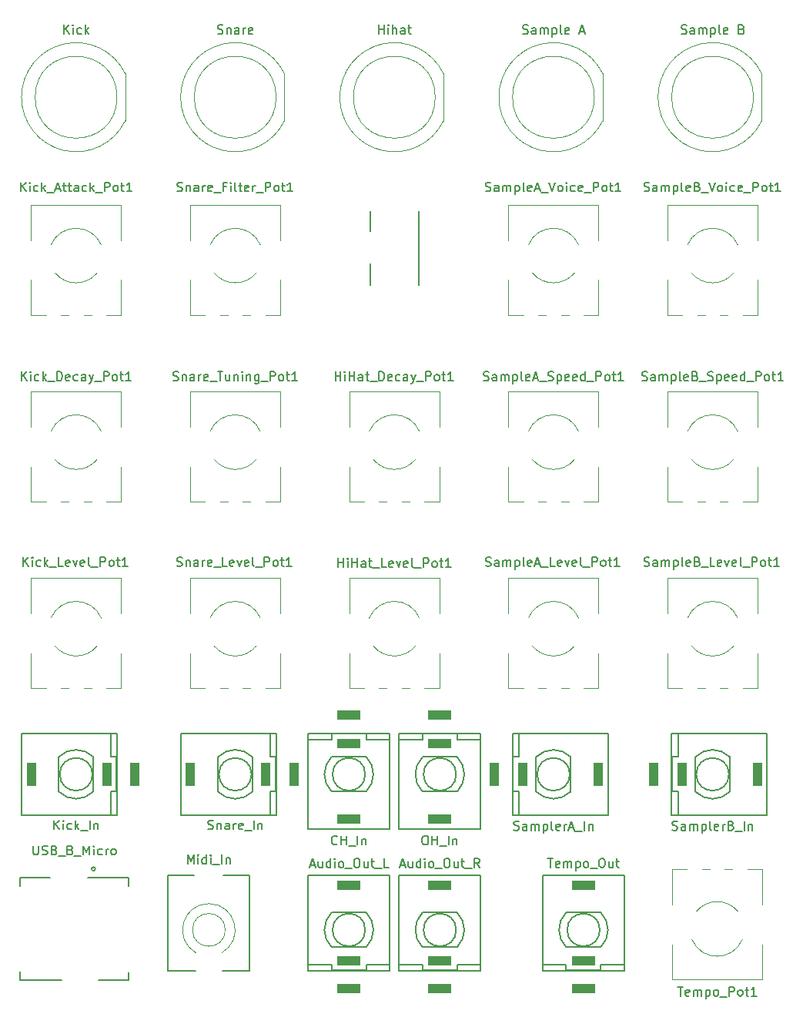
<source format=gbr>
%TF.GenerationSoftware,KiCad,Pcbnew,(6.0.8)*%
%TF.CreationDate,2022-10-20T13:08:20+01:00*%
%TF.ProjectId,Punck_Controls,50756e63-6b5f-4436-9f6e-74726f6c732e,rev?*%
%TF.SameCoordinates,Original*%
%TF.FileFunction,Legend,Top*%
%TF.FilePolarity,Positive*%
%FSLAX46Y46*%
G04 Gerber Fmt 4.6, Leading zero omitted, Abs format (unit mm)*
G04 Created by KiCad (PCBNEW (6.0.8)) date 2022-10-20 13:08:20*
%MOMM*%
%LPD*%
G01*
G04 APERTURE LIST*
%ADD10C,0.150000*%
%ADD11C,0.120000*%
%ADD12C,0.200000*%
%ADD13C,0.127000*%
%ADD14C,0.152400*%
%ADD15R,2.500000X1.000000*%
%ADD16R,1.000000X2.500000*%
G04 APERTURE END LIST*
D10*
X147171428Y-51604761D02*
X147314285Y-51652380D01*
X147552380Y-51652380D01*
X147647619Y-51604761D01*
X147695238Y-51557142D01*
X147742857Y-51461904D01*
X147742857Y-51366666D01*
X147695238Y-51271428D01*
X147647619Y-51223809D01*
X147552380Y-51176190D01*
X147361904Y-51128571D01*
X147266666Y-51080952D01*
X147219047Y-51033333D01*
X147171428Y-50938095D01*
X147171428Y-50842857D01*
X147219047Y-50747619D01*
X147266666Y-50700000D01*
X147361904Y-50652380D01*
X147600000Y-50652380D01*
X147742857Y-50700000D01*
X148600000Y-51652380D02*
X148600000Y-51128571D01*
X148552380Y-51033333D01*
X148457142Y-50985714D01*
X148266666Y-50985714D01*
X148171428Y-51033333D01*
X148600000Y-51604761D02*
X148504761Y-51652380D01*
X148266666Y-51652380D01*
X148171428Y-51604761D01*
X148123809Y-51509523D01*
X148123809Y-51414285D01*
X148171428Y-51319047D01*
X148266666Y-51271428D01*
X148504761Y-51271428D01*
X148600000Y-51223809D01*
X149076190Y-51652380D02*
X149076190Y-50985714D01*
X149076190Y-51080952D02*
X149123809Y-51033333D01*
X149219047Y-50985714D01*
X149361904Y-50985714D01*
X149457142Y-51033333D01*
X149504761Y-51128571D01*
X149504761Y-51652380D01*
X149504761Y-51128571D02*
X149552380Y-51033333D01*
X149647619Y-50985714D01*
X149790476Y-50985714D01*
X149885714Y-51033333D01*
X149933333Y-51128571D01*
X149933333Y-51652380D01*
X150409523Y-50985714D02*
X150409523Y-51985714D01*
X150409523Y-51033333D02*
X150504761Y-50985714D01*
X150695238Y-50985714D01*
X150790476Y-51033333D01*
X150838095Y-51080952D01*
X150885714Y-51176190D01*
X150885714Y-51461904D01*
X150838095Y-51557142D01*
X150790476Y-51604761D01*
X150695238Y-51652380D01*
X150504761Y-51652380D01*
X150409523Y-51604761D01*
X151457142Y-51652380D02*
X151361904Y-51604761D01*
X151314285Y-51509523D01*
X151314285Y-50652380D01*
X152219047Y-51604761D02*
X152123809Y-51652380D01*
X151933333Y-51652380D01*
X151838095Y-51604761D01*
X151790476Y-51509523D01*
X151790476Y-51128571D01*
X151838095Y-51033333D01*
X151933333Y-50985714D01*
X152123809Y-50985714D01*
X152219047Y-51033333D01*
X152266666Y-51128571D01*
X152266666Y-51223809D01*
X151790476Y-51319047D01*
X153790476Y-51128571D02*
X153933333Y-51176190D01*
X153980952Y-51223809D01*
X154028571Y-51319047D01*
X154028571Y-51461904D01*
X153980952Y-51557142D01*
X153933333Y-51604761D01*
X153838095Y-51652380D01*
X153457142Y-51652380D01*
X153457142Y-50652380D01*
X153790476Y-50652380D01*
X153885714Y-50700000D01*
X153933333Y-50747619D01*
X153980952Y-50842857D01*
X153980952Y-50938095D01*
X153933333Y-51033333D01*
X153885714Y-51080952D01*
X153790476Y-51128571D01*
X153457142Y-51128571D01*
X129742857Y-51604761D02*
X129885714Y-51652380D01*
X130123809Y-51652380D01*
X130219047Y-51604761D01*
X130266666Y-51557142D01*
X130314285Y-51461904D01*
X130314285Y-51366666D01*
X130266666Y-51271428D01*
X130219047Y-51223809D01*
X130123809Y-51176190D01*
X129933333Y-51128571D01*
X129838095Y-51080952D01*
X129790476Y-51033333D01*
X129742857Y-50938095D01*
X129742857Y-50842857D01*
X129790476Y-50747619D01*
X129838095Y-50700000D01*
X129933333Y-50652380D01*
X130171428Y-50652380D01*
X130314285Y-50700000D01*
X131171428Y-51652380D02*
X131171428Y-51128571D01*
X131123809Y-51033333D01*
X131028571Y-50985714D01*
X130838095Y-50985714D01*
X130742857Y-51033333D01*
X131171428Y-51604761D02*
X131076190Y-51652380D01*
X130838095Y-51652380D01*
X130742857Y-51604761D01*
X130695238Y-51509523D01*
X130695238Y-51414285D01*
X130742857Y-51319047D01*
X130838095Y-51271428D01*
X131076190Y-51271428D01*
X131171428Y-51223809D01*
X131647619Y-51652380D02*
X131647619Y-50985714D01*
X131647619Y-51080952D02*
X131695238Y-51033333D01*
X131790476Y-50985714D01*
X131933333Y-50985714D01*
X132028571Y-51033333D01*
X132076190Y-51128571D01*
X132076190Y-51652380D01*
X132076190Y-51128571D02*
X132123809Y-51033333D01*
X132219047Y-50985714D01*
X132361904Y-50985714D01*
X132457142Y-51033333D01*
X132504761Y-51128571D01*
X132504761Y-51652380D01*
X132980952Y-50985714D02*
X132980952Y-51985714D01*
X132980952Y-51033333D02*
X133076190Y-50985714D01*
X133266666Y-50985714D01*
X133361904Y-51033333D01*
X133409523Y-51080952D01*
X133457142Y-51176190D01*
X133457142Y-51461904D01*
X133409523Y-51557142D01*
X133361904Y-51604761D01*
X133266666Y-51652380D01*
X133076190Y-51652380D01*
X132980952Y-51604761D01*
X134028571Y-51652380D02*
X133933333Y-51604761D01*
X133885714Y-51509523D01*
X133885714Y-50652380D01*
X134790476Y-51604761D02*
X134695238Y-51652380D01*
X134504761Y-51652380D01*
X134409523Y-51604761D01*
X134361904Y-51509523D01*
X134361904Y-51128571D01*
X134409523Y-51033333D01*
X134504761Y-50985714D01*
X134695238Y-50985714D01*
X134790476Y-51033333D01*
X134838095Y-51128571D01*
X134838095Y-51223809D01*
X134361904Y-51319047D01*
X135980952Y-51366666D02*
X136457142Y-51366666D01*
X135885714Y-51652380D02*
X136219047Y-50652380D01*
X136552380Y-51652380D01*
X113885714Y-51652380D02*
X113885714Y-50652380D01*
X113885714Y-51128571D02*
X114457142Y-51128571D01*
X114457142Y-51652380D02*
X114457142Y-50652380D01*
X114933333Y-51652380D02*
X114933333Y-50985714D01*
X114933333Y-50652380D02*
X114885714Y-50700000D01*
X114933333Y-50747619D01*
X114980952Y-50700000D01*
X114933333Y-50652380D01*
X114933333Y-50747619D01*
X115409523Y-51652380D02*
X115409523Y-50652380D01*
X115838095Y-51652380D02*
X115838095Y-51128571D01*
X115790476Y-51033333D01*
X115695238Y-50985714D01*
X115552380Y-50985714D01*
X115457142Y-51033333D01*
X115409523Y-51080952D01*
X116742857Y-51652380D02*
X116742857Y-51128571D01*
X116695238Y-51033333D01*
X116600000Y-50985714D01*
X116409523Y-50985714D01*
X116314285Y-51033333D01*
X116742857Y-51604761D02*
X116647619Y-51652380D01*
X116409523Y-51652380D01*
X116314285Y-51604761D01*
X116266666Y-51509523D01*
X116266666Y-51414285D01*
X116314285Y-51319047D01*
X116409523Y-51271428D01*
X116647619Y-51271428D01*
X116742857Y-51223809D01*
X117076190Y-50985714D02*
X117457142Y-50985714D01*
X117219047Y-50652380D02*
X117219047Y-51509523D01*
X117266666Y-51604761D01*
X117361904Y-51652380D01*
X117457142Y-51652380D01*
X96171428Y-51604761D02*
X96314285Y-51652380D01*
X96552380Y-51652380D01*
X96647619Y-51604761D01*
X96695238Y-51557142D01*
X96742857Y-51461904D01*
X96742857Y-51366666D01*
X96695238Y-51271428D01*
X96647619Y-51223809D01*
X96552380Y-51176190D01*
X96361904Y-51128571D01*
X96266666Y-51080952D01*
X96219047Y-51033333D01*
X96171428Y-50938095D01*
X96171428Y-50842857D01*
X96219047Y-50747619D01*
X96266666Y-50700000D01*
X96361904Y-50652380D01*
X96600000Y-50652380D01*
X96742857Y-50700000D01*
X97171428Y-50985714D02*
X97171428Y-51652380D01*
X97171428Y-51080952D02*
X97219047Y-51033333D01*
X97314285Y-50985714D01*
X97457142Y-50985714D01*
X97552380Y-51033333D01*
X97600000Y-51128571D01*
X97600000Y-51652380D01*
X98504761Y-51652380D02*
X98504761Y-51128571D01*
X98457142Y-51033333D01*
X98361904Y-50985714D01*
X98171428Y-50985714D01*
X98076190Y-51033333D01*
X98504761Y-51604761D02*
X98409523Y-51652380D01*
X98171428Y-51652380D01*
X98076190Y-51604761D01*
X98028571Y-51509523D01*
X98028571Y-51414285D01*
X98076190Y-51319047D01*
X98171428Y-51271428D01*
X98409523Y-51271428D01*
X98504761Y-51223809D01*
X98980952Y-51652380D02*
X98980952Y-50985714D01*
X98980952Y-51176190D02*
X99028571Y-51080952D01*
X99076190Y-51033333D01*
X99171428Y-50985714D01*
X99266666Y-50985714D01*
X99980952Y-51604761D02*
X99885714Y-51652380D01*
X99695238Y-51652380D01*
X99600000Y-51604761D01*
X99552380Y-51509523D01*
X99552380Y-51128571D01*
X99600000Y-51033333D01*
X99695238Y-50985714D01*
X99885714Y-50985714D01*
X99980952Y-51033333D01*
X100028571Y-51128571D01*
X100028571Y-51223809D01*
X99552380Y-51319047D01*
X79266666Y-51652380D02*
X79266666Y-50652380D01*
X79838095Y-51652380D02*
X79409523Y-51080952D01*
X79838095Y-50652380D02*
X79266666Y-51223809D01*
X80266666Y-51652380D02*
X80266666Y-50985714D01*
X80266666Y-50652380D02*
X80219047Y-50700000D01*
X80266666Y-50747619D01*
X80314285Y-50700000D01*
X80266666Y-50652380D01*
X80266666Y-50747619D01*
X81171428Y-51604761D02*
X81076190Y-51652380D01*
X80885714Y-51652380D01*
X80790476Y-51604761D01*
X80742857Y-51557142D01*
X80695238Y-51461904D01*
X80695238Y-51176190D01*
X80742857Y-51080952D01*
X80790476Y-51033333D01*
X80885714Y-50985714D01*
X81076190Y-50985714D01*
X81171428Y-51033333D01*
X81600000Y-51652380D02*
X81600000Y-50652380D01*
X81695238Y-51271428D02*
X81980952Y-51652380D01*
X81980952Y-50985714D02*
X81600000Y-51366666D01*
%TO.C,J14*%
X116242857Y-142966666D02*
X116719047Y-142966666D01*
X116147619Y-143252380D02*
X116480952Y-142252380D01*
X116814285Y-143252380D01*
X117576190Y-142585714D02*
X117576190Y-143252380D01*
X117147619Y-142585714D02*
X117147619Y-143109523D01*
X117195238Y-143204761D01*
X117290476Y-143252380D01*
X117433333Y-143252380D01*
X117528571Y-143204761D01*
X117576190Y-143157142D01*
X118480952Y-143252380D02*
X118480952Y-142252380D01*
X118480952Y-143204761D02*
X118385714Y-143252380D01*
X118195238Y-143252380D01*
X118100000Y-143204761D01*
X118052380Y-143157142D01*
X118004761Y-143061904D01*
X118004761Y-142776190D01*
X118052380Y-142680952D01*
X118100000Y-142633333D01*
X118195238Y-142585714D01*
X118385714Y-142585714D01*
X118480952Y-142633333D01*
X118957142Y-143252380D02*
X118957142Y-142585714D01*
X118957142Y-142252380D02*
X118909523Y-142300000D01*
X118957142Y-142347619D01*
X119004761Y-142300000D01*
X118957142Y-142252380D01*
X118957142Y-142347619D01*
X119576190Y-143252380D02*
X119480952Y-143204761D01*
X119433333Y-143157142D01*
X119385714Y-143061904D01*
X119385714Y-142776190D01*
X119433333Y-142680952D01*
X119480952Y-142633333D01*
X119576190Y-142585714D01*
X119719047Y-142585714D01*
X119814285Y-142633333D01*
X119861904Y-142680952D01*
X119909523Y-142776190D01*
X119909523Y-143061904D01*
X119861904Y-143157142D01*
X119814285Y-143204761D01*
X119719047Y-143252380D01*
X119576190Y-143252380D01*
X120100000Y-143347619D02*
X120861904Y-143347619D01*
X121290476Y-142252380D02*
X121480952Y-142252380D01*
X121576190Y-142300000D01*
X121671428Y-142395238D01*
X121719047Y-142585714D01*
X121719047Y-142919047D01*
X121671428Y-143109523D01*
X121576190Y-143204761D01*
X121480952Y-143252380D01*
X121290476Y-143252380D01*
X121195238Y-143204761D01*
X121100000Y-143109523D01*
X121052380Y-142919047D01*
X121052380Y-142585714D01*
X121100000Y-142395238D01*
X121195238Y-142300000D01*
X121290476Y-142252380D01*
X122576190Y-142585714D02*
X122576190Y-143252380D01*
X122147619Y-142585714D02*
X122147619Y-143109523D01*
X122195238Y-143204761D01*
X122290476Y-143252380D01*
X122433333Y-143252380D01*
X122528571Y-143204761D01*
X122576190Y-143157142D01*
X122909523Y-142585714D02*
X123290476Y-142585714D01*
X123052380Y-142252380D02*
X123052380Y-143109523D01*
X123100000Y-143204761D01*
X123195238Y-143252380D01*
X123290476Y-143252380D01*
X123385714Y-143347619D02*
X124147619Y-143347619D01*
X124957142Y-143252380D02*
X124623809Y-142776190D01*
X124385714Y-143252380D02*
X124385714Y-142252380D01*
X124766666Y-142252380D01*
X124861904Y-142300000D01*
X124909523Y-142347619D01*
X124957142Y-142442857D01*
X124957142Y-142585714D01*
X124909523Y-142680952D01*
X124861904Y-142728571D01*
X124766666Y-142776190D01*
X124385714Y-142776190D01*
%TO.C,J6*%
X109314285Y-140657142D02*
X109266666Y-140704761D01*
X109123809Y-140752380D01*
X109028571Y-140752380D01*
X108885714Y-140704761D01*
X108790476Y-140609523D01*
X108742857Y-140514285D01*
X108695238Y-140323809D01*
X108695238Y-140180952D01*
X108742857Y-139990476D01*
X108790476Y-139895238D01*
X108885714Y-139800000D01*
X109028571Y-139752380D01*
X109123809Y-139752380D01*
X109266666Y-139800000D01*
X109314285Y-139847619D01*
X109742857Y-140752380D02*
X109742857Y-139752380D01*
X109742857Y-140228571D02*
X110314285Y-140228571D01*
X110314285Y-140752380D02*
X110314285Y-139752380D01*
X110552380Y-140847619D02*
X111314285Y-140847619D01*
X111552380Y-140752380D02*
X111552380Y-139752380D01*
X112028571Y-140085714D02*
X112028571Y-140752380D01*
X112028571Y-140180952D02*
X112076190Y-140133333D01*
X112171428Y-140085714D01*
X112314285Y-140085714D01*
X112409523Y-140133333D01*
X112457142Y-140228571D01*
X112457142Y-140752380D01*
%TO.C,J10*%
X78195238Y-139052380D02*
X78195238Y-138052380D01*
X78766666Y-139052380D02*
X78338095Y-138480952D01*
X78766666Y-138052380D02*
X78195238Y-138623809D01*
X79195238Y-139052380D02*
X79195238Y-138385714D01*
X79195238Y-138052380D02*
X79147619Y-138100000D01*
X79195238Y-138147619D01*
X79242857Y-138100000D01*
X79195238Y-138052380D01*
X79195238Y-138147619D01*
X80100000Y-139004761D02*
X80004761Y-139052380D01*
X79814285Y-139052380D01*
X79719047Y-139004761D01*
X79671428Y-138957142D01*
X79623809Y-138861904D01*
X79623809Y-138576190D01*
X79671428Y-138480952D01*
X79719047Y-138433333D01*
X79814285Y-138385714D01*
X80004761Y-138385714D01*
X80100000Y-138433333D01*
X80528571Y-139052380D02*
X80528571Y-138052380D01*
X80623809Y-138671428D02*
X80909523Y-139052380D01*
X80909523Y-138385714D02*
X80528571Y-138766666D01*
X81100000Y-139147619D02*
X81861904Y-139147619D01*
X82100000Y-139052380D02*
X82100000Y-138052380D01*
X82576190Y-138385714D02*
X82576190Y-139052380D01*
X82576190Y-138480952D02*
X82623809Y-138433333D01*
X82719047Y-138385714D01*
X82861904Y-138385714D01*
X82957142Y-138433333D01*
X83004761Y-138528571D01*
X83004761Y-139052380D01*
%TO.C,Kick_Decay_Pot1*%
X74600000Y-89752380D02*
X74600000Y-88752380D01*
X75171428Y-89752380D02*
X74742857Y-89180952D01*
X75171428Y-88752380D02*
X74600000Y-89323809D01*
X75600000Y-89752380D02*
X75600000Y-89085714D01*
X75600000Y-88752380D02*
X75552380Y-88800000D01*
X75600000Y-88847619D01*
X75647619Y-88800000D01*
X75600000Y-88752380D01*
X75600000Y-88847619D01*
X76504761Y-89704761D02*
X76409523Y-89752380D01*
X76219047Y-89752380D01*
X76123809Y-89704761D01*
X76076190Y-89657142D01*
X76028571Y-89561904D01*
X76028571Y-89276190D01*
X76076190Y-89180952D01*
X76123809Y-89133333D01*
X76219047Y-89085714D01*
X76409523Y-89085714D01*
X76504761Y-89133333D01*
X76933333Y-89752380D02*
X76933333Y-88752380D01*
X77028571Y-89371428D02*
X77314285Y-89752380D01*
X77314285Y-89085714D02*
X76933333Y-89466666D01*
X77504761Y-89847619D02*
X78266666Y-89847619D01*
X78504761Y-89752380D02*
X78504761Y-88752380D01*
X78742857Y-88752380D01*
X78885714Y-88800000D01*
X78980952Y-88895238D01*
X79028571Y-88990476D01*
X79076190Y-89180952D01*
X79076190Y-89323809D01*
X79028571Y-89514285D01*
X78980952Y-89609523D01*
X78885714Y-89704761D01*
X78742857Y-89752380D01*
X78504761Y-89752380D01*
X79885714Y-89704761D02*
X79790476Y-89752380D01*
X79600000Y-89752380D01*
X79504761Y-89704761D01*
X79457142Y-89609523D01*
X79457142Y-89228571D01*
X79504761Y-89133333D01*
X79600000Y-89085714D01*
X79790476Y-89085714D01*
X79885714Y-89133333D01*
X79933333Y-89228571D01*
X79933333Y-89323809D01*
X79457142Y-89419047D01*
X80790476Y-89704761D02*
X80695238Y-89752380D01*
X80504761Y-89752380D01*
X80409523Y-89704761D01*
X80361904Y-89657142D01*
X80314285Y-89561904D01*
X80314285Y-89276190D01*
X80361904Y-89180952D01*
X80409523Y-89133333D01*
X80504761Y-89085714D01*
X80695238Y-89085714D01*
X80790476Y-89133333D01*
X81647619Y-89752380D02*
X81647619Y-89228571D01*
X81600000Y-89133333D01*
X81504761Y-89085714D01*
X81314285Y-89085714D01*
X81219047Y-89133333D01*
X81647619Y-89704761D02*
X81552380Y-89752380D01*
X81314285Y-89752380D01*
X81219047Y-89704761D01*
X81171428Y-89609523D01*
X81171428Y-89514285D01*
X81219047Y-89419047D01*
X81314285Y-89371428D01*
X81552380Y-89371428D01*
X81647619Y-89323809D01*
X82028571Y-89085714D02*
X82266666Y-89752380D01*
X82504761Y-89085714D02*
X82266666Y-89752380D01*
X82171428Y-89990476D01*
X82123809Y-90038095D01*
X82028571Y-90085714D01*
X82647619Y-89847619D02*
X83409523Y-89847619D01*
X83647619Y-89752380D02*
X83647619Y-88752380D01*
X84028571Y-88752380D01*
X84123809Y-88800000D01*
X84171428Y-88847619D01*
X84219047Y-88942857D01*
X84219047Y-89085714D01*
X84171428Y-89180952D01*
X84123809Y-89228571D01*
X84028571Y-89276190D01*
X83647619Y-89276190D01*
X84790476Y-89752380D02*
X84695238Y-89704761D01*
X84647619Y-89657142D01*
X84600000Y-89561904D01*
X84600000Y-89276190D01*
X84647619Y-89180952D01*
X84695238Y-89133333D01*
X84790476Y-89085714D01*
X84933333Y-89085714D01*
X85028571Y-89133333D01*
X85076190Y-89180952D01*
X85123809Y-89276190D01*
X85123809Y-89561904D01*
X85076190Y-89657142D01*
X85028571Y-89704761D01*
X84933333Y-89752380D01*
X84790476Y-89752380D01*
X85409523Y-89085714D02*
X85790476Y-89085714D01*
X85552380Y-88752380D02*
X85552380Y-89609523D01*
X85600000Y-89704761D01*
X85695238Y-89752380D01*
X85790476Y-89752380D01*
X86647619Y-89752380D02*
X86076190Y-89752380D01*
X86361904Y-89752380D02*
X86361904Y-88752380D01*
X86266666Y-88895238D01*
X86171428Y-88990476D01*
X86076190Y-89038095D01*
%TO.C,J12*%
X132471428Y-142252380D02*
X133042857Y-142252380D01*
X132757142Y-143252380D02*
X132757142Y-142252380D01*
X133757142Y-143204761D02*
X133661904Y-143252380D01*
X133471428Y-143252380D01*
X133376190Y-143204761D01*
X133328571Y-143109523D01*
X133328571Y-142728571D01*
X133376190Y-142633333D01*
X133471428Y-142585714D01*
X133661904Y-142585714D01*
X133757142Y-142633333D01*
X133804761Y-142728571D01*
X133804761Y-142823809D01*
X133328571Y-142919047D01*
X134233333Y-143252380D02*
X134233333Y-142585714D01*
X134233333Y-142680952D02*
X134280952Y-142633333D01*
X134376190Y-142585714D01*
X134519047Y-142585714D01*
X134614285Y-142633333D01*
X134661904Y-142728571D01*
X134661904Y-143252380D01*
X134661904Y-142728571D02*
X134709523Y-142633333D01*
X134804761Y-142585714D01*
X134947619Y-142585714D01*
X135042857Y-142633333D01*
X135090476Y-142728571D01*
X135090476Y-143252380D01*
X135566666Y-142585714D02*
X135566666Y-143585714D01*
X135566666Y-142633333D02*
X135661904Y-142585714D01*
X135852380Y-142585714D01*
X135947619Y-142633333D01*
X135995238Y-142680952D01*
X136042857Y-142776190D01*
X136042857Y-143061904D01*
X135995238Y-143157142D01*
X135947619Y-143204761D01*
X135852380Y-143252380D01*
X135661904Y-143252380D01*
X135566666Y-143204761D01*
X136614285Y-143252380D02*
X136519047Y-143204761D01*
X136471428Y-143157142D01*
X136423809Y-143061904D01*
X136423809Y-142776190D01*
X136471428Y-142680952D01*
X136519047Y-142633333D01*
X136614285Y-142585714D01*
X136757142Y-142585714D01*
X136852380Y-142633333D01*
X136900000Y-142680952D01*
X136947619Y-142776190D01*
X136947619Y-143061904D01*
X136900000Y-143157142D01*
X136852380Y-143204761D01*
X136757142Y-143252380D01*
X136614285Y-143252380D01*
X137138095Y-143347619D02*
X137900000Y-143347619D01*
X138328571Y-142252380D02*
X138519047Y-142252380D01*
X138614285Y-142300000D01*
X138709523Y-142395238D01*
X138757142Y-142585714D01*
X138757142Y-142919047D01*
X138709523Y-143109523D01*
X138614285Y-143204761D01*
X138519047Y-143252380D01*
X138328571Y-143252380D01*
X138233333Y-143204761D01*
X138138095Y-143109523D01*
X138090476Y-142919047D01*
X138090476Y-142585714D01*
X138138095Y-142395238D01*
X138233333Y-142300000D01*
X138328571Y-142252380D01*
X139614285Y-142585714D02*
X139614285Y-143252380D01*
X139185714Y-142585714D02*
X139185714Y-143109523D01*
X139233333Y-143204761D01*
X139328571Y-143252380D01*
X139471428Y-143252380D01*
X139566666Y-143204761D01*
X139614285Y-143157142D01*
X139947619Y-142585714D02*
X140328571Y-142585714D01*
X140090476Y-142252380D02*
X140090476Y-143109523D01*
X140138095Y-143204761D01*
X140233333Y-143252380D01*
X140328571Y-143252380D01*
%TO.C,J15*%
X92866666Y-142852380D02*
X92866666Y-141852380D01*
X93200000Y-142566666D01*
X93533333Y-141852380D01*
X93533333Y-142852380D01*
X94009523Y-142852380D02*
X94009523Y-142185714D01*
X94009523Y-141852380D02*
X93961904Y-141900000D01*
X94009523Y-141947619D01*
X94057142Y-141900000D01*
X94009523Y-141852380D01*
X94009523Y-141947619D01*
X94914285Y-142852380D02*
X94914285Y-141852380D01*
X94914285Y-142804761D02*
X94819047Y-142852380D01*
X94628571Y-142852380D01*
X94533333Y-142804761D01*
X94485714Y-142757142D01*
X94438095Y-142661904D01*
X94438095Y-142376190D01*
X94485714Y-142280952D01*
X94533333Y-142233333D01*
X94628571Y-142185714D01*
X94819047Y-142185714D01*
X94914285Y-142233333D01*
X95390476Y-142852380D02*
X95390476Y-142185714D01*
X95390476Y-141852380D02*
X95342857Y-141900000D01*
X95390476Y-141947619D01*
X95438095Y-141900000D01*
X95390476Y-141852380D01*
X95390476Y-141947619D01*
X95628571Y-142947619D02*
X96390476Y-142947619D01*
X96628571Y-142852380D02*
X96628571Y-141852380D01*
X97104761Y-142185714D02*
X97104761Y-142852380D01*
X97104761Y-142280952D02*
X97152380Y-142233333D01*
X97247619Y-142185714D01*
X97390476Y-142185714D01*
X97485714Y-142233333D01*
X97533333Y-142328571D01*
X97533333Y-142852380D01*
%TO.C,SampleB_Level_Pot1*%
X143071428Y-110104761D02*
X143214285Y-110152380D01*
X143452380Y-110152380D01*
X143547619Y-110104761D01*
X143595238Y-110057142D01*
X143642857Y-109961904D01*
X143642857Y-109866666D01*
X143595238Y-109771428D01*
X143547619Y-109723809D01*
X143452380Y-109676190D01*
X143261904Y-109628571D01*
X143166666Y-109580952D01*
X143119047Y-109533333D01*
X143071428Y-109438095D01*
X143071428Y-109342857D01*
X143119047Y-109247619D01*
X143166666Y-109200000D01*
X143261904Y-109152380D01*
X143500000Y-109152380D01*
X143642857Y-109200000D01*
X144500000Y-110152380D02*
X144500000Y-109628571D01*
X144452380Y-109533333D01*
X144357142Y-109485714D01*
X144166666Y-109485714D01*
X144071428Y-109533333D01*
X144500000Y-110104761D02*
X144404761Y-110152380D01*
X144166666Y-110152380D01*
X144071428Y-110104761D01*
X144023809Y-110009523D01*
X144023809Y-109914285D01*
X144071428Y-109819047D01*
X144166666Y-109771428D01*
X144404761Y-109771428D01*
X144500000Y-109723809D01*
X144976190Y-110152380D02*
X144976190Y-109485714D01*
X144976190Y-109580952D02*
X145023809Y-109533333D01*
X145119047Y-109485714D01*
X145261904Y-109485714D01*
X145357142Y-109533333D01*
X145404761Y-109628571D01*
X145404761Y-110152380D01*
X145404761Y-109628571D02*
X145452380Y-109533333D01*
X145547619Y-109485714D01*
X145690476Y-109485714D01*
X145785714Y-109533333D01*
X145833333Y-109628571D01*
X145833333Y-110152380D01*
X146309523Y-109485714D02*
X146309523Y-110485714D01*
X146309523Y-109533333D02*
X146404761Y-109485714D01*
X146595238Y-109485714D01*
X146690476Y-109533333D01*
X146738095Y-109580952D01*
X146785714Y-109676190D01*
X146785714Y-109961904D01*
X146738095Y-110057142D01*
X146690476Y-110104761D01*
X146595238Y-110152380D01*
X146404761Y-110152380D01*
X146309523Y-110104761D01*
X147357142Y-110152380D02*
X147261904Y-110104761D01*
X147214285Y-110009523D01*
X147214285Y-109152380D01*
X148119047Y-110104761D02*
X148023809Y-110152380D01*
X147833333Y-110152380D01*
X147738095Y-110104761D01*
X147690476Y-110009523D01*
X147690476Y-109628571D01*
X147738095Y-109533333D01*
X147833333Y-109485714D01*
X148023809Y-109485714D01*
X148119047Y-109533333D01*
X148166666Y-109628571D01*
X148166666Y-109723809D01*
X147690476Y-109819047D01*
X148928571Y-109628571D02*
X149071428Y-109676190D01*
X149119047Y-109723809D01*
X149166666Y-109819047D01*
X149166666Y-109961904D01*
X149119047Y-110057142D01*
X149071428Y-110104761D01*
X148976190Y-110152380D01*
X148595238Y-110152380D01*
X148595238Y-109152380D01*
X148928571Y-109152380D01*
X149023809Y-109200000D01*
X149071428Y-109247619D01*
X149119047Y-109342857D01*
X149119047Y-109438095D01*
X149071428Y-109533333D01*
X149023809Y-109580952D01*
X148928571Y-109628571D01*
X148595238Y-109628571D01*
X149357142Y-110247619D02*
X150119047Y-110247619D01*
X150833333Y-110152380D02*
X150357142Y-110152380D01*
X150357142Y-109152380D01*
X151547619Y-110104761D02*
X151452380Y-110152380D01*
X151261904Y-110152380D01*
X151166666Y-110104761D01*
X151119047Y-110009523D01*
X151119047Y-109628571D01*
X151166666Y-109533333D01*
X151261904Y-109485714D01*
X151452380Y-109485714D01*
X151547619Y-109533333D01*
X151595238Y-109628571D01*
X151595238Y-109723809D01*
X151119047Y-109819047D01*
X151928571Y-109485714D02*
X152166666Y-110152380D01*
X152404761Y-109485714D01*
X153166666Y-110104761D02*
X153071428Y-110152380D01*
X152880952Y-110152380D01*
X152785714Y-110104761D01*
X152738095Y-110009523D01*
X152738095Y-109628571D01*
X152785714Y-109533333D01*
X152880952Y-109485714D01*
X153071428Y-109485714D01*
X153166666Y-109533333D01*
X153214285Y-109628571D01*
X153214285Y-109723809D01*
X152738095Y-109819047D01*
X153785714Y-110152380D02*
X153690476Y-110104761D01*
X153642857Y-110009523D01*
X153642857Y-109152380D01*
X153928571Y-110247619D02*
X154690476Y-110247619D01*
X154928571Y-110152380D02*
X154928571Y-109152380D01*
X155309523Y-109152380D01*
X155404761Y-109200000D01*
X155452380Y-109247619D01*
X155500000Y-109342857D01*
X155500000Y-109485714D01*
X155452380Y-109580952D01*
X155404761Y-109628571D01*
X155309523Y-109676190D01*
X154928571Y-109676190D01*
X156071428Y-110152380D02*
X155976190Y-110104761D01*
X155928571Y-110057142D01*
X155880952Y-109961904D01*
X155880952Y-109676190D01*
X155928571Y-109580952D01*
X155976190Y-109533333D01*
X156071428Y-109485714D01*
X156214285Y-109485714D01*
X156309523Y-109533333D01*
X156357142Y-109580952D01*
X156404761Y-109676190D01*
X156404761Y-109961904D01*
X156357142Y-110057142D01*
X156309523Y-110104761D01*
X156214285Y-110152380D01*
X156071428Y-110152380D01*
X156690476Y-109485714D02*
X157071428Y-109485714D01*
X156833333Y-109152380D02*
X156833333Y-110009523D01*
X156880952Y-110104761D01*
X156976190Y-110152380D01*
X157071428Y-110152380D01*
X157928571Y-110152380D02*
X157357142Y-110152380D01*
X157642857Y-110152380D02*
X157642857Y-109152380D01*
X157547619Y-109295238D01*
X157452380Y-109390476D01*
X157357142Y-109438095D01*
%TO.C,J13*%
X106338095Y-142966666D02*
X106814285Y-142966666D01*
X106242857Y-143252380D02*
X106576190Y-142252380D01*
X106909523Y-143252380D01*
X107671428Y-142585714D02*
X107671428Y-143252380D01*
X107242857Y-142585714D02*
X107242857Y-143109523D01*
X107290476Y-143204761D01*
X107385714Y-143252380D01*
X107528571Y-143252380D01*
X107623809Y-143204761D01*
X107671428Y-143157142D01*
X108576190Y-143252380D02*
X108576190Y-142252380D01*
X108576190Y-143204761D02*
X108480952Y-143252380D01*
X108290476Y-143252380D01*
X108195238Y-143204761D01*
X108147619Y-143157142D01*
X108100000Y-143061904D01*
X108100000Y-142776190D01*
X108147619Y-142680952D01*
X108195238Y-142633333D01*
X108290476Y-142585714D01*
X108480952Y-142585714D01*
X108576190Y-142633333D01*
X109052380Y-143252380D02*
X109052380Y-142585714D01*
X109052380Y-142252380D02*
X109004761Y-142300000D01*
X109052380Y-142347619D01*
X109100000Y-142300000D01*
X109052380Y-142252380D01*
X109052380Y-142347619D01*
X109671428Y-143252380D02*
X109576190Y-143204761D01*
X109528571Y-143157142D01*
X109480952Y-143061904D01*
X109480952Y-142776190D01*
X109528571Y-142680952D01*
X109576190Y-142633333D01*
X109671428Y-142585714D01*
X109814285Y-142585714D01*
X109909523Y-142633333D01*
X109957142Y-142680952D01*
X110004761Y-142776190D01*
X110004761Y-143061904D01*
X109957142Y-143157142D01*
X109909523Y-143204761D01*
X109814285Y-143252380D01*
X109671428Y-143252380D01*
X110195238Y-143347619D02*
X110957142Y-143347619D01*
X111385714Y-142252380D02*
X111576190Y-142252380D01*
X111671428Y-142300000D01*
X111766666Y-142395238D01*
X111814285Y-142585714D01*
X111814285Y-142919047D01*
X111766666Y-143109523D01*
X111671428Y-143204761D01*
X111576190Y-143252380D01*
X111385714Y-143252380D01*
X111290476Y-143204761D01*
X111195238Y-143109523D01*
X111147619Y-142919047D01*
X111147619Y-142585714D01*
X111195238Y-142395238D01*
X111290476Y-142300000D01*
X111385714Y-142252380D01*
X112671428Y-142585714D02*
X112671428Y-143252380D01*
X112242857Y-142585714D02*
X112242857Y-143109523D01*
X112290476Y-143204761D01*
X112385714Y-143252380D01*
X112528571Y-143252380D01*
X112623809Y-143204761D01*
X112671428Y-143157142D01*
X113004761Y-142585714D02*
X113385714Y-142585714D01*
X113147619Y-142252380D02*
X113147619Y-143109523D01*
X113195238Y-143204761D01*
X113290476Y-143252380D01*
X113385714Y-143252380D01*
X113480952Y-143347619D02*
X114242857Y-143347619D01*
X114957142Y-143252380D02*
X114480952Y-143252380D01*
X114480952Y-142252380D01*
%TO.C,SampleB_Speed_Pot1*%
X142838095Y-89704761D02*
X142980952Y-89752380D01*
X143219047Y-89752380D01*
X143314285Y-89704761D01*
X143361904Y-89657142D01*
X143409523Y-89561904D01*
X143409523Y-89466666D01*
X143361904Y-89371428D01*
X143314285Y-89323809D01*
X143219047Y-89276190D01*
X143028571Y-89228571D01*
X142933333Y-89180952D01*
X142885714Y-89133333D01*
X142838095Y-89038095D01*
X142838095Y-88942857D01*
X142885714Y-88847619D01*
X142933333Y-88800000D01*
X143028571Y-88752380D01*
X143266666Y-88752380D01*
X143409523Y-88800000D01*
X144266666Y-89752380D02*
X144266666Y-89228571D01*
X144219047Y-89133333D01*
X144123809Y-89085714D01*
X143933333Y-89085714D01*
X143838095Y-89133333D01*
X144266666Y-89704761D02*
X144171428Y-89752380D01*
X143933333Y-89752380D01*
X143838095Y-89704761D01*
X143790476Y-89609523D01*
X143790476Y-89514285D01*
X143838095Y-89419047D01*
X143933333Y-89371428D01*
X144171428Y-89371428D01*
X144266666Y-89323809D01*
X144742857Y-89752380D02*
X144742857Y-89085714D01*
X144742857Y-89180952D02*
X144790476Y-89133333D01*
X144885714Y-89085714D01*
X145028571Y-89085714D01*
X145123809Y-89133333D01*
X145171428Y-89228571D01*
X145171428Y-89752380D01*
X145171428Y-89228571D02*
X145219047Y-89133333D01*
X145314285Y-89085714D01*
X145457142Y-89085714D01*
X145552380Y-89133333D01*
X145600000Y-89228571D01*
X145600000Y-89752380D01*
X146076190Y-89085714D02*
X146076190Y-90085714D01*
X146076190Y-89133333D02*
X146171428Y-89085714D01*
X146361904Y-89085714D01*
X146457142Y-89133333D01*
X146504761Y-89180952D01*
X146552380Y-89276190D01*
X146552380Y-89561904D01*
X146504761Y-89657142D01*
X146457142Y-89704761D01*
X146361904Y-89752380D01*
X146171428Y-89752380D01*
X146076190Y-89704761D01*
X147123809Y-89752380D02*
X147028571Y-89704761D01*
X146980952Y-89609523D01*
X146980952Y-88752380D01*
X147885714Y-89704761D02*
X147790476Y-89752380D01*
X147600000Y-89752380D01*
X147504761Y-89704761D01*
X147457142Y-89609523D01*
X147457142Y-89228571D01*
X147504761Y-89133333D01*
X147600000Y-89085714D01*
X147790476Y-89085714D01*
X147885714Y-89133333D01*
X147933333Y-89228571D01*
X147933333Y-89323809D01*
X147457142Y-89419047D01*
X148695238Y-89228571D02*
X148838095Y-89276190D01*
X148885714Y-89323809D01*
X148933333Y-89419047D01*
X148933333Y-89561904D01*
X148885714Y-89657142D01*
X148838095Y-89704761D01*
X148742857Y-89752380D01*
X148361904Y-89752380D01*
X148361904Y-88752380D01*
X148695238Y-88752380D01*
X148790476Y-88800000D01*
X148838095Y-88847619D01*
X148885714Y-88942857D01*
X148885714Y-89038095D01*
X148838095Y-89133333D01*
X148790476Y-89180952D01*
X148695238Y-89228571D01*
X148361904Y-89228571D01*
X149123809Y-89847619D02*
X149885714Y-89847619D01*
X150076190Y-89704761D02*
X150219047Y-89752380D01*
X150457142Y-89752380D01*
X150552380Y-89704761D01*
X150600000Y-89657142D01*
X150647619Y-89561904D01*
X150647619Y-89466666D01*
X150600000Y-89371428D01*
X150552380Y-89323809D01*
X150457142Y-89276190D01*
X150266666Y-89228571D01*
X150171428Y-89180952D01*
X150123809Y-89133333D01*
X150076190Y-89038095D01*
X150076190Y-88942857D01*
X150123809Y-88847619D01*
X150171428Y-88800000D01*
X150266666Y-88752380D01*
X150504761Y-88752380D01*
X150647619Y-88800000D01*
X151076190Y-89085714D02*
X151076190Y-90085714D01*
X151076190Y-89133333D02*
X151171428Y-89085714D01*
X151361904Y-89085714D01*
X151457142Y-89133333D01*
X151504761Y-89180952D01*
X151552380Y-89276190D01*
X151552380Y-89561904D01*
X151504761Y-89657142D01*
X151457142Y-89704761D01*
X151361904Y-89752380D01*
X151171428Y-89752380D01*
X151076190Y-89704761D01*
X152361904Y-89704761D02*
X152266666Y-89752380D01*
X152076190Y-89752380D01*
X151980952Y-89704761D01*
X151933333Y-89609523D01*
X151933333Y-89228571D01*
X151980952Y-89133333D01*
X152076190Y-89085714D01*
X152266666Y-89085714D01*
X152361904Y-89133333D01*
X152409523Y-89228571D01*
X152409523Y-89323809D01*
X151933333Y-89419047D01*
X153219047Y-89704761D02*
X153123809Y-89752380D01*
X152933333Y-89752380D01*
X152838095Y-89704761D01*
X152790476Y-89609523D01*
X152790476Y-89228571D01*
X152838095Y-89133333D01*
X152933333Y-89085714D01*
X153123809Y-89085714D01*
X153219047Y-89133333D01*
X153266666Y-89228571D01*
X153266666Y-89323809D01*
X152790476Y-89419047D01*
X154123809Y-89752380D02*
X154123809Y-88752380D01*
X154123809Y-89704761D02*
X154028571Y-89752380D01*
X153838095Y-89752380D01*
X153742857Y-89704761D01*
X153695238Y-89657142D01*
X153647619Y-89561904D01*
X153647619Y-89276190D01*
X153695238Y-89180952D01*
X153742857Y-89133333D01*
X153838095Y-89085714D01*
X154028571Y-89085714D01*
X154123809Y-89133333D01*
X154361904Y-89847619D02*
X155123809Y-89847619D01*
X155361904Y-89752380D02*
X155361904Y-88752380D01*
X155742857Y-88752380D01*
X155838095Y-88800000D01*
X155885714Y-88847619D01*
X155933333Y-88942857D01*
X155933333Y-89085714D01*
X155885714Y-89180952D01*
X155838095Y-89228571D01*
X155742857Y-89276190D01*
X155361904Y-89276190D01*
X156504761Y-89752380D02*
X156409523Y-89704761D01*
X156361904Y-89657142D01*
X156314285Y-89561904D01*
X156314285Y-89276190D01*
X156361904Y-89180952D01*
X156409523Y-89133333D01*
X156504761Y-89085714D01*
X156647619Y-89085714D01*
X156742857Y-89133333D01*
X156790476Y-89180952D01*
X156838095Y-89276190D01*
X156838095Y-89561904D01*
X156790476Y-89657142D01*
X156742857Y-89704761D01*
X156647619Y-89752380D01*
X156504761Y-89752380D01*
X157123809Y-89085714D02*
X157504761Y-89085714D01*
X157266666Y-88752380D02*
X157266666Y-89609523D01*
X157314285Y-89704761D01*
X157409523Y-89752380D01*
X157504761Y-89752380D01*
X158361904Y-89752380D02*
X157790476Y-89752380D01*
X158076190Y-89752380D02*
X158076190Y-88752380D01*
X157980952Y-88895238D01*
X157885714Y-88990476D01*
X157790476Y-89038095D01*
%TO.C,SampleA_Level_Pot1*%
X125642857Y-110104761D02*
X125785714Y-110152380D01*
X126023809Y-110152380D01*
X126119047Y-110104761D01*
X126166666Y-110057142D01*
X126214285Y-109961904D01*
X126214285Y-109866666D01*
X126166666Y-109771428D01*
X126119047Y-109723809D01*
X126023809Y-109676190D01*
X125833333Y-109628571D01*
X125738095Y-109580952D01*
X125690476Y-109533333D01*
X125642857Y-109438095D01*
X125642857Y-109342857D01*
X125690476Y-109247619D01*
X125738095Y-109200000D01*
X125833333Y-109152380D01*
X126071428Y-109152380D01*
X126214285Y-109200000D01*
X127071428Y-110152380D02*
X127071428Y-109628571D01*
X127023809Y-109533333D01*
X126928571Y-109485714D01*
X126738095Y-109485714D01*
X126642857Y-109533333D01*
X127071428Y-110104761D02*
X126976190Y-110152380D01*
X126738095Y-110152380D01*
X126642857Y-110104761D01*
X126595238Y-110009523D01*
X126595238Y-109914285D01*
X126642857Y-109819047D01*
X126738095Y-109771428D01*
X126976190Y-109771428D01*
X127071428Y-109723809D01*
X127547619Y-110152380D02*
X127547619Y-109485714D01*
X127547619Y-109580952D02*
X127595238Y-109533333D01*
X127690476Y-109485714D01*
X127833333Y-109485714D01*
X127928571Y-109533333D01*
X127976190Y-109628571D01*
X127976190Y-110152380D01*
X127976190Y-109628571D02*
X128023809Y-109533333D01*
X128119047Y-109485714D01*
X128261904Y-109485714D01*
X128357142Y-109533333D01*
X128404761Y-109628571D01*
X128404761Y-110152380D01*
X128880952Y-109485714D02*
X128880952Y-110485714D01*
X128880952Y-109533333D02*
X128976190Y-109485714D01*
X129166666Y-109485714D01*
X129261904Y-109533333D01*
X129309523Y-109580952D01*
X129357142Y-109676190D01*
X129357142Y-109961904D01*
X129309523Y-110057142D01*
X129261904Y-110104761D01*
X129166666Y-110152380D01*
X128976190Y-110152380D01*
X128880952Y-110104761D01*
X129928571Y-110152380D02*
X129833333Y-110104761D01*
X129785714Y-110009523D01*
X129785714Y-109152380D01*
X130690476Y-110104761D02*
X130595238Y-110152380D01*
X130404761Y-110152380D01*
X130309523Y-110104761D01*
X130261904Y-110009523D01*
X130261904Y-109628571D01*
X130309523Y-109533333D01*
X130404761Y-109485714D01*
X130595238Y-109485714D01*
X130690476Y-109533333D01*
X130738095Y-109628571D01*
X130738095Y-109723809D01*
X130261904Y-109819047D01*
X131119047Y-109866666D02*
X131595238Y-109866666D01*
X131023809Y-110152380D02*
X131357142Y-109152380D01*
X131690476Y-110152380D01*
X131785714Y-110247619D02*
X132547619Y-110247619D01*
X133261904Y-110152380D02*
X132785714Y-110152380D01*
X132785714Y-109152380D01*
X133976190Y-110104761D02*
X133880952Y-110152380D01*
X133690476Y-110152380D01*
X133595238Y-110104761D01*
X133547619Y-110009523D01*
X133547619Y-109628571D01*
X133595238Y-109533333D01*
X133690476Y-109485714D01*
X133880952Y-109485714D01*
X133976190Y-109533333D01*
X134023809Y-109628571D01*
X134023809Y-109723809D01*
X133547619Y-109819047D01*
X134357142Y-109485714D02*
X134595238Y-110152380D01*
X134833333Y-109485714D01*
X135595238Y-110104761D02*
X135500000Y-110152380D01*
X135309523Y-110152380D01*
X135214285Y-110104761D01*
X135166666Y-110009523D01*
X135166666Y-109628571D01*
X135214285Y-109533333D01*
X135309523Y-109485714D01*
X135500000Y-109485714D01*
X135595238Y-109533333D01*
X135642857Y-109628571D01*
X135642857Y-109723809D01*
X135166666Y-109819047D01*
X136214285Y-110152380D02*
X136119047Y-110104761D01*
X136071428Y-110009523D01*
X136071428Y-109152380D01*
X136357142Y-110247619D02*
X137119047Y-110247619D01*
X137357142Y-110152380D02*
X137357142Y-109152380D01*
X137738095Y-109152380D01*
X137833333Y-109200000D01*
X137880952Y-109247619D01*
X137928571Y-109342857D01*
X137928571Y-109485714D01*
X137880952Y-109580952D01*
X137833333Y-109628571D01*
X137738095Y-109676190D01*
X137357142Y-109676190D01*
X138500000Y-110152380D02*
X138404761Y-110104761D01*
X138357142Y-110057142D01*
X138309523Y-109961904D01*
X138309523Y-109676190D01*
X138357142Y-109580952D01*
X138404761Y-109533333D01*
X138500000Y-109485714D01*
X138642857Y-109485714D01*
X138738095Y-109533333D01*
X138785714Y-109580952D01*
X138833333Y-109676190D01*
X138833333Y-109961904D01*
X138785714Y-110057142D01*
X138738095Y-110104761D01*
X138642857Y-110152380D01*
X138500000Y-110152380D01*
X139119047Y-109485714D02*
X139500000Y-109485714D01*
X139261904Y-109152380D02*
X139261904Y-110009523D01*
X139309523Y-110104761D01*
X139404761Y-110152380D01*
X139500000Y-110152380D01*
X140357142Y-110152380D02*
X139785714Y-110152380D01*
X140071428Y-110152380D02*
X140071428Y-109152380D01*
X139976190Y-109295238D01*
X139880952Y-109390476D01*
X139785714Y-109438095D01*
%TO.C,Kick_Attack_Pot1*%
X74504761Y-68952380D02*
X74504761Y-67952380D01*
X75076190Y-68952380D02*
X74647619Y-68380952D01*
X75076190Y-67952380D02*
X74504761Y-68523809D01*
X75504761Y-68952380D02*
X75504761Y-68285714D01*
X75504761Y-67952380D02*
X75457142Y-68000000D01*
X75504761Y-68047619D01*
X75552380Y-68000000D01*
X75504761Y-67952380D01*
X75504761Y-68047619D01*
X76409523Y-68904761D02*
X76314285Y-68952380D01*
X76123809Y-68952380D01*
X76028571Y-68904761D01*
X75980952Y-68857142D01*
X75933333Y-68761904D01*
X75933333Y-68476190D01*
X75980952Y-68380952D01*
X76028571Y-68333333D01*
X76123809Y-68285714D01*
X76314285Y-68285714D01*
X76409523Y-68333333D01*
X76838095Y-68952380D02*
X76838095Y-67952380D01*
X76933333Y-68571428D02*
X77219047Y-68952380D01*
X77219047Y-68285714D02*
X76838095Y-68666666D01*
X77409523Y-69047619D02*
X78171428Y-69047619D01*
X78361904Y-68666666D02*
X78838095Y-68666666D01*
X78266666Y-68952380D02*
X78600000Y-67952380D01*
X78933333Y-68952380D01*
X79123809Y-68285714D02*
X79504761Y-68285714D01*
X79266666Y-67952380D02*
X79266666Y-68809523D01*
X79314285Y-68904761D01*
X79409523Y-68952380D01*
X79504761Y-68952380D01*
X79695238Y-68285714D02*
X80076190Y-68285714D01*
X79838095Y-67952380D02*
X79838095Y-68809523D01*
X79885714Y-68904761D01*
X79980952Y-68952380D01*
X80076190Y-68952380D01*
X80838095Y-68952380D02*
X80838095Y-68428571D01*
X80790476Y-68333333D01*
X80695238Y-68285714D01*
X80504761Y-68285714D01*
X80409523Y-68333333D01*
X80838095Y-68904761D02*
X80742857Y-68952380D01*
X80504761Y-68952380D01*
X80409523Y-68904761D01*
X80361904Y-68809523D01*
X80361904Y-68714285D01*
X80409523Y-68619047D01*
X80504761Y-68571428D01*
X80742857Y-68571428D01*
X80838095Y-68523809D01*
X81742857Y-68904761D02*
X81647619Y-68952380D01*
X81457142Y-68952380D01*
X81361904Y-68904761D01*
X81314285Y-68857142D01*
X81266666Y-68761904D01*
X81266666Y-68476190D01*
X81314285Y-68380952D01*
X81361904Y-68333333D01*
X81457142Y-68285714D01*
X81647619Y-68285714D01*
X81742857Y-68333333D01*
X82171428Y-68952380D02*
X82171428Y-67952380D01*
X82266666Y-68571428D02*
X82552380Y-68952380D01*
X82552380Y-68285714D02*
X82171428Y-68666666D01*
X82742857Y-69047619D02*
X83504761Y-69047619D01*
X83742857Y-68952380D02*
X83742857Y-67952380D01*
X84123809Y-67952380D01*
X84219047Y-68000000D01*
X84266666Y-68047619D01*
X84314285Y-68142857D01*
X84314285Y-68285714D01*
X84266666Y-68380952D01*
X84219047Y-68428571D01*
X84123809Y-68476190D01*
X83742857Y-68476190D01*
X84885714Y-68952380D02*
X84790476Y-68904761D01*
X84742857Y-68857142D01*
X84695238Y-68761904D01*
X84695238Y-68476190D01*
X84742857Y-68380952D01*
X84790476Y-68333333D01*
X84885714Y-68285714D01*
X85028571Y-68285714D01*
X85123809Y-68333333D01*
X85171428Y-68380952D01*
X85219047Y-68476190D01*
X85219047Y-68761904D01*
X85171428Y-68857142D01*
X85123809Y-68904761D01*
X85028571Y-68952380D01*
X84885714Y-68952380D01*
X85504761Y-68285714D02*
X85885714Y-68285714D01*
X85647619Y-67952380D02*
X85647619Y-68809523D01*
X85695238Y-68904761D01*
X85790476Y-68952380D01*
X85885714Y-68952380D01*
X86742857Y-68952380D02*
X86171428Y-68952380D01*
X86457142Y-68952380D02*
X86457142Y-67952380D01*
X86361904Y-68095238D01*
X86266666Y-68190476D01*
X86171428Y-68238095D01*
%TO.C,Snare_Tuning_Pot1*%
X91266666Y-89704761D02*
X91409523Y-89752380D01*
X91647619Y-89752380D01*
X91742857Y-89704761D01*
X91790476Y-89657142D01*
X91838095Y-89561904D01*
X91838095Y-89466666D01*
X91790476Y-89371428D01*
X91742857Y-89323809D01*
X91647619Y-89276190D01*
X91457142Y-89228571D01*
X91361904Y-89180952D01*
X91314285Y-89133333D01*
X91266666Y-89038095D01*
X91266666Y-88942857D01*
X91314285Y-88847619D01*
X91361904Y-88800000D01*
X91457142Y-88752380D01*
X91695238Y-88752380D01*
X91838095Y-88800000D01*
X92266666Y-89085714D02*
X92266666Y-89752380D01*
X92266666Y-89180952D02*
X92314285Y-89133333D01*
X92409523Y-89085714D01*
X92552380Y-89085714D01*
X92647619Y-89133333D01*
X92695238Y-89228571D01*
X92695238Y-89752380D01*
X93600000Y-89752380D02*
X93600000Y-89228571D01*
X93552380Y-89133333D01*
X93457142Y-89085714D01*
X93266666Y-89085714D01*
X93171428Y-89133333D01*
X93600000Y-89704761D02*
X93504761Y-89752380D01*
X93266666Y-89752380D01*
X93171428Y-89704761D01*
X93123809Y-89609523D01*
X93123809Y-89514285D01*
X93171428Y-89419047D01*
X93266666Y-89371428D01*
X93504761Y-89371428D01*
X93600000Y-89323809D01*
X94076190Y-89752380D02*
X94076190Y-89085714D01*
X94076190Y-89276190D02*
X94123809Y-89180952D01*
X94171428Y-89133333D01*
X94266666Y-89085714D01*
X94361904Y-89085714D01*
X95076190Y-89704761D02*
X94980952Y-89752380D01*
X94790476Y-89752380D01*
X94695238Y-89704761D01*
X94647619Y-89609523D01*
X94647619Y-89228571D01*
X94695238Y-89133333D01*
X94790476Y-89085714D01*
X94980952Y-89085714D01*
X95076190Y-89133333D01*
X95123809Y-89228571D01*
X95123809Y-89323809D01*
X94647619Y-89419047D01*
X95314285Y-89847619D02*
X96076190Y-89847619D01*
X96171428Y-88752380D02*
X96742857Y-88752380D01*
X96457142Y-89752380D02*
X96457142Y-88752380D01*
X97504761Y-89085714D02*
X97504761Y-89752380D01*
X97076190Y-89085714D02*
X97076190Y-89609523D01*
X97123809Y-89704761D01*
X97219047Y-89752380D01*
X97361904Y-89752380D01*
X97457142Y-89704761D01*
X97504761Y-89657142D01*
X97980952Y-89085714D02*
X97980952Y-89752380D01*
X97980952Y-89180952D02*
X98028571Y-89133333D01*
X98123809Y-89085714D01*
X98266666Y-89085714D01*
X98361904Y-89133333D01*
X98409523Y-89228571D01*
X98409523Y-89752380D01*
X98885714Y-89752380D02*
X98885714Y-89085714D01*
X98885714Y-88752380D02*
X98838095Y-88800000D01*
X98885714Y-88847619D01*
X98933333Y-88800000D01*
X98885714Y-88752380D01*
X98885714Y-88847619D01*
X99361904Y-89085714D02*
X99361904Y-89752380D01*
X99361904Y-89180952D02*
X99409523Y-89133333D01*
X99504761Y-89085714D01*
X99647619Y-89085714D01*
X99742857Y-89133333D01*
X99790476Y-89228571D01*
X99790476Y-89752380D01*
X100695238Y-89085714D02*
X100695238Y-89895238D01*
X100647619Y-89990476D01*
X100600000Y-90038095D01*
X100504761Y-90085714D01*
X100361904Y-90085714D01*
X100266666Y-90038095D01*
X100695238Y-89704761D02*
X100600000Y-89752380D01*
X100409523Y-89752380D01*
X100314285Y-89704761D01*
X100266666Y-89657142D01*
X100219047Y-89561904D01*
X100219047Y-89276190D01*
X100266666Y-89180952D01*
X100314285Y-89133333D01*
X100409523Y-89085714D01*
X100600000Y-89085714D01*
X100695238Y-89133333D01*
X100933333Y-89847619D02*
X101695238Y-89847619D01*
X101933333Y-89752380D02*
X101933333Y-88752380D01*
X102314285Y-88752380D01*
X102409523Y-88800000D01*
X102457142Y-88847619D01*
X102504761Y-88942857D01*
X102504761Y-89085714D01*
X102457142Y-89180952D01*
X102409523Y-89228571D01*
X102314285Y-89276190D01*
X101933333Y-89276190D01*
X103076190Y-89752380D02*
X102980952Y-89704761D01*
X102933333Y-89657142D01*
X102885714Y-89561904D01*
X102885714Y-89276190D01*
X102933333Y-89180952D01*
X102980952Y-89133333D01*
X103076190Y-89085714D01*
X103219047Y-89085714D01*
X103314285Y-89133333D01*
X103361904Y-89180952D01*
X103409523Y-89276190D01*
X103409523Y-89561904D01*
X103361904Y-89657142D01*
X103314285Y-89704761D01*
X103219047Y-89752380D01*
X103076190Y-89752380D01*
X103695238Y-89085714D02*
X104076190Y-89085714D01*
X103838095Y-88752380D02*
X103838095Y-89609523D01*
X103885714Y-89704761D01*
X103980952Y-89752380D01*
X104076190Y-89752380D01*
X104933333Y-89752380D02*
X104361904Y-89752380D01*
X104647619Y-89752380D02*
X104647619Y-88752380D01*
X104552380Y-88895238D01*
X104457142Y-88990476D01*
X104361904Y-89038095D01*
%TO.C,J5*%
X95100000Y-139004761D02*
X95242857Y-139052380D01*
X95480952Y-139052380D01*
X95576190Y-139004761D01*
X95623809Y-138957142D01*
X95671428Y-138861904D01*
X95671428Y-138766666D01*
X95623809Y-138671428D01*
X95576190Y-138623809D01*
X95480952Y-138576190D01*
X95290476Y-138528571D01*
X95195238Y-138480952D01*
X95147619Y-138433333D01*
X95100000Y-138338095D01*
X95100000Y-138242857D01*
X95147619Y-138147619D01*
X95195238Y-138100000D01*
X95290476Y-138052380D01*
X95528571Y-138052380D01*
X95671428Y-138100000D01*
X96100000Y-138385714D02*
X96100000Y-139052380D01*
X96100000Y-138480952D02*
X96147619Y-138433333D01*
X96242857Y-138385714D01*
X96385714Y-138385714D01*
X96480952Y-138433333D01*
X96528571Y-138528571D01*
X96528571Y-139052380D01*
X97433333Y-139052380D02*
X97433333Y-138528571D01*
X97385714Y-138433333D01*
X97290476Y-138385714D01*
X97100000Y-138385714D01*
X97004761Y-138433333D01*
X97433333Y-139004761D02*
X97338095Y-139052380D01*
X97100000Y-139052380D01*
X97004761Y-139004761D01*
X96957142Y-138909523D01*
X96957142Y-138814285D01*
X97004761Y-138719047D01*
X97100000Y-138671428D01*
X97338095Y-138671428D01*
X97433333Y-138623809D01*
X97909523Y-139052380D02*
X97909523Y-138385714D01*
X97909523Y-138576190D02*
X97957142Y-138480952D01*
X98004761Y-138433333D01*
X98100000Y-138385714D01*
X98195238Y-138385714D01*
X98909523Y-139004761D02*
X98814285Y-139052380D01*
X98623809Y-139052380D01*
X98528571Y-139004761D01*
X98480952Y-138909523D01*
X98480952Y-138528571D01*
X98528571Y-138433333D01*
X98623809Y-138385714D01*
X98814285Y-138385714D01*
X98909523Y-138433333D01*
X98957142Y-138528571D01*
X98957142Y-138623809D01*
X98480952Y-138719047D01*
X99147619Y-139147619D02*
X99909523Y-139147619D01*
X100147619Y-139052380D02*
X100147619Y-138052380D01*
X100623809Y-138385714D02*
X100623809Y-139052380D01*
X100623809Y-138480952D02*
X100671428Y-138433333D01*
X100766666Y-138385714D01*
X100909523Y-138385714D01*
X101004761Y-138433333D01*
X101052380Y-138528571D01*
X101052380Y-139052380D01*
%TO.C,J7*%
X118909523Y-139752380D02*
X119100000Y-139752380D01*
X119195238Y-139800000D01*
X119290476Y-139895238D01*
X119338095Y-140085714D01*
X119338095Y-140419047D01*
X119290476Y-140609523D01*
X119195238Y-140704761D01*
X119100000Y-140752380D01*
X118909523Y-140752380D01*
X118814285Y-140704761D01*
X118719047Y-140609523D01*
X118671428Y-140419047D01*
X118671428Y-140085714D01*
X118719047Y-139895238D01*
X118814285Y-139800000D01*
X118909523Y-139752380D01*
X119766666Y-140752380D02*
X119766666Y-139752380D01*
X119766666Y-140228571D02*
X120338095Y-140228571D01*
X120338095Y-140752380D02*
X120338095Y-139752380D01*
X120576190Y-140847619D02*
X121338095Y-140847619D01*
X121576190Y-140752380D02*
X121576190Y-139752380D01*
X122052380Y-140085714D02*
X122052380Y-140752380D01*
X122052380Y-140180952D02*
X122100000Y-140133333D01*
X122195238Y-140085714D01*
X122338095Y-140085714D01*
X122433333Y-140133333D01*
X122480952Y-140228571D01*
X122480952Y-140752380D01*
%TO.C,J11*%
X75869848Y-140851613D02*
X75869848Y-141662271D01*
X75917533Y-141757643D01*
X75965219Y-141805329D01*
X76060591Y-141853015D01*
X76251334Y-141853015D01*
X76346706Y-141805329D01*
X76394392Y-141757643D01*
X76442077Y-141662271D01*
X76442077Y-140851613D01*
X76871250Y-141805329D02*
X77014307Y-141853015D01*
X77252736Y-141853015D01*
X77348108Y-141805329D01*
X77395794Y-141757643D01*
X77443479Y-141662271D01*
X77443479Y-141566900D01*
X77395794Y-141471528D01*
X77348108Y-141423842D01*
X77252736Y-141376157D01*
X77061993Y-141328471D01*
X76966621Y-141280785D01*
X76918935Y-141233099D01*
X76871250Y-141137728D01*
X76871250Y-141042356D01*
X76918935Y-140946984D01*
X76966621Y-140899299D01*
X77061993Y-140851613D01*
X77300422Y-140851613D01*
X77443479Y-140899299D01*
X78206452Y-141328471D02*
X78349510Y-141376157D01*
X78397196Y-141423842D01*
X78444881Y-141519214D01*
X78444881Y-141662271D01*
X78397196Y-141757643D01*
X78349510Y-141805329D01*
X78254138Y-141853015D01*
X77872652Y-141853015D01*
X77872652Y-140851613D01*
X78206452Y-140851613D01*
X78301824Y-140899299D01*
X78349510Y-140946984D01*
X78397196Y-141042356D01*
X78397196Y-141137728D01*
X78349510Y-141233099D01*
X78301824Y-141280785D01*
X78206452Y-141328471D01*
X77872652Y-141328471D01*
X78635625Y-141948386D02*
X79398598Y-141948386D01*
X79970827Y-141328471D02*
X80113885Y-141376157D01*
X80161570Y-141423842D01*
X80209256Y-141519214D01*
X80209256Y-141662271D01*
X80161570Y-141757643D01*
X80113885Y-141805329D01*
X80018513Y-141853015D01*
X79637027Y-141853015D01*
X79637027Y-140851613D01*
X79970827Y-140851613D01*
X80066199Y-140899299D01*
X80113885Y-140946984D01*
X80161570Y-141042356D01*
X80161570Y-141137728D01*
X80113885Y-141233099D01*
X80066199Y-141280785D01*
X79970827Y-141328471D01*
X79637027Y-141328471D01*
X80400000Y-141948386D02*
X81162972Y-141948386D01*
X81401402Y-141853015D02*
X81401402Y-140851613D01*
X81735202Y-141566900D01*
X82069003Y-140851613D01*
X82069003Y-141853015D01*
X82545861Y-141853015D02*
X82545861Y-141185413D01*
X82545861Y-140851613D02*
X82498175Y-140899299D01*
X82545861Y-140946984D01*
X82593547Y-140899299D01*
X82545861Y-140851613D01*
X82545861Y-140946984D01*
X83451891Y-141805329D02*
X83356520Y-141853015D01*
X83165776Y-141853015D01*
X83070405Y-141805329D01*
X83022719Y-141757643D01*
X82975033Y-141662271D01*
X82975033Y-141376157D01*
X83022719Y-141280785D01*
X83070405Y-141233099D01*
X83165776Y-141185413D01*
X83356520Y-141185413D01*
X83451891Y-141233099D01*
X83881064Y-141853015D02*
X83881064Y-141185413D01*
X83881064Y-141376157D02*
X83928749Y-141280785D01*
X83976435Y-141233099D01*
X84071807Y-141185413D01*
X84167178Y-141185413D01*
X84644037Y-141853015D02*
X84548665Y-141805329D01*
X84500979Y-141757643D01*
X84453293Y-141662271D01*
X84453293Y-141376157D01*
X84500979Y-141280785D01*
X84548665Y-141233099D01*
X84644037Y-141185413D01*
X84787094Y-141185413D01*
X84882466Y-141233099D01*
X84930151Y-141280785D01*
X84977837Y-141376157D01*
X84977837Y-141662271D01*
X84930151Y-141757643D01*
X84882466Y-141805329D01*
X84787094Y-141853015D01*
X84644037Y-141853015D01*
%TO.C,Snare_Filter_Pot1*%
X91702857Y-68904761D02*
X91845714Y-68952380D01*
X92083809Y-68952380D01*
X92179047Y-68904761D01*
X92226666Y-68857142D01*
X92274285Y-68761904D01*
X92274285Y-68666666D01*
X92226666Y-68571428D01*
X92179047Y-68523809D01*
X92083809Y-68476190D01*
X91893333Y-68428571D01*
X91798095Y-68380952D01*
X91750476Y-68333333D01*
X91702857Y-68238095D01*
X91702857Y-68142857D01*
X91750476Y-68047619D01*
X91798095Y-68000000D01*
X91893333Y-67952380D01*
X92131428Y-67952380D01*
X92274285Y-68000000D01*
X92702857Y-68285714D02*
X92702857Y-68952380D01*
X92702857Y-68380952D02*
X92750476Y-68333333D01*
X92845714Y-68285714D01*
X92988571Y-68285714D01*
X93083809Y-68333333D01*
X93131428Y-68428571D01*
X93131428Y-68952380D01*
X94036190Y-68952380D02*
X94036190Y-68428571D01*
X93988571Y-68333333D01*
X93893333Y-68285714D01*
X93702857Y-68285714D01*
X93607619Y-68333333D01*
X94036190Y-68904761D02*
X93940952Y-68952380D01*
X93702857Y-68952380D01*
X93607619Y-68904761D01*
X93560000Y-68809523D01*
X93560000Y-68714285D01*
X93607619Y-68619047D01*
X93702857Y-68571428D01*
X93940952Y-68571428D01*
X94036190Y-68523809D01*
X94512380Y-68952380D02*
X94512380Y-68285714D01*
X94512380Y-68476190D02*
X94560000Y-68380952D01*
X94607619Y-68333333D01*
X94702857Y-68285714D01*
X94798095Y-68285714D01*
X95512380Y-68904761D02*
X95417142Y-68952380D01*
X95226666Y-68952380D01*
X95131428Y-68904761D01*
X95083809Y-68809523D01*
X95083809Y-68428571D01*
X95131428Y-68333333D01*
X95226666Y-68285714D01*
X95417142Y-68285714D01*
X95512380Y-68333333D01*
X95560000Y-68428571D01*
X95560000Y-68523809D01*
X95083809Y-68619047D01*
X95750476Y-69047619D02*
X96512380Y-69047619D01*
X97083809Y-68428571D02*
X96750476Y-68428571D01*
X96750476Y-68952380D02*
X96750476Y-67952380D01*
X97226666Y-67952380D01*
X97607619Y-68952380D02*
X97607619Y-68285714D01*
X97607619Y-67952380D02*
X97560000Y-68000000D01*
X97607619Y-68047619D01*
X97655238Y-68000000D01*
X97607619Y-67952380D01*
X97607619Y-68047619D01*
X98226666Y-68952380D02*
X98131428Y-68904761D01*
X98083809Y-68809523D01*
X98083809Y-67952380D01*
X98464761Y-68285714D02*
X98845714Y-68285714D01*
X98607619Y-67952380D02*
X98607619Y-68809523D01*
X98655238Y-68904761D01*
X98750476Y-68952380D01*
X98845714Y-68952380D01*
X99560000Y-68904761D02*
X99464761Y-68952380D01*
X99274285Y-68952380D01*
X99179047Y-68904761D01*
X99131428Y-68809523D01*
X99131428Y-68428571D01*
X99179047Y-68333333D01*
X99274285Y-68285714D01*
X99464761Y-68285714D01*
X99560000Y-68333333D01*
X99607619Y-68428571D01*
X99607619Y-68523809D01*
X99131428Y-68619047D01*
X100036190Y-68952380D02*
X100036190Y-68285714D01*
X100036190Y-68476190D02*
X100083809Y-68380952D01*
X100131428Y-68333333D01*
X100226666Y-68285714D01*
X100321904Y-68285714D01*
X100417142Y-69047619D02*
X101179047Y-69047619D01*
X101417142Y-68952380D02*
X101417142Y-67952380D01*
X101798095Y-67952380D01*
X101893333Y-68000000D01*
X101940952Y-68047619D01*
X101988571Y-68142857D01*
X101988571Y-68285714D01*
X101940952Y-68380952D01*
X101893333Y-68428571D01*
X101798095Y-68476190D01*
X101417142Y-68476190D01*
X102560000Y-68952380D02*
X102464761Y-68904761D01*
X102417142Y-68857142D01*
X102369523Y-68761904D01*
X102369523Y-68476190D01*
X102417142Y-68380952D01*
X102464761Y-68333333D01*
X102560000Y-68285714D01*
X102702857Y-68285714D01*
X102798095Y-68333333D01*
X102845714Y-68380952D01*
X102893333Y-68476190D01*
X102893333Y-68761904D01*
X102845714Y-68857142D01*
X102798095Y-68904761D01*
X102702857Y-68952380D01*
X102560000Y-68952380D01*
X103179047Y-68285714D02*
X103560000Y-68285714D01*
X103321904Y-67952380D02*
X103321904Y-68809523D01*
X103369523Y-68904761D01*
X103464761Y-68952380D01*
X103560000Y-68952380D01*
X104417142Y-68952380D02*
X103845714Y-68952380D01*
X104131428Y-68952380D02*
X104131428Y-67952380D01*
X104036190Y-68095238D01*
X103940952Y-68190476D01*
X103845714Y-68238095D01*
%TO.C,SampleB_Voice_Pot1*%
X143060000Y-68904761D02*
X143202857Y-68952380D01*
X143440952Y-68952380D01*
X143536190Y-68904761D01*
X143583809Y-68857142D01*
X143631428Y-68761904D01*
X143631428Y-68666666D01*
X143583809Y-68571428D01*
X143536190Y-68523809D01*
X143440952Y-68476190D01*
X143250476Y-68428571D01*
X143155238Y-68380952D01*
X143107619Y-68333333D01*
X143060000Y-68238095D01*
X143060000Y-68142857D01*
X143107619Y-68047619D01*
X143155238Y-68000000D01*
X143250476Y-67952380D01*
X143488571Y-67952380D01*
X143631428Y-68000000D01*
X144488571Y-68952380D02*
X144488571Y-68428571D01*
X144440952Y-68333333D01*
X144345714Y-68285714D01*
X144155238Y-68285714D01*
X144060000Y-68333333D01*
X144488571Y-68904761D02*
X144393333Y-68952380D01*
X144155238Y-68952380D01*
X144060000Y-68904761D01*
X144012380Y-68809523D01*
X144012380Y-68714285D01*
X144060000Y-68619047D01*
X144155238Y-68571428D01*
X144393333Y-68571428D01*
X144488571Y-68523809D01*
X144964761Y-68952380D02*
X144964761Y-68285714D01*
X144964761Y-68380952D02*
X145012380Y-68333333D01*
X145107619Y-68285714D01*
X145250476Y-68285714D01*
X145345714Y-68333333D01*
X145393333Y-68428571D01*
X145393333Y-68952380D01*
X145393333Y-68428571D02*
X145440952Y-68333333D01*
X145536190Y-68285714D01*
X145679047Y-68285714D01*
X145774285Y-68333333D01*
X145821904Y-68428571D01*
X145821904Y-68952380D01*
X146298095Y-68285714D02*
X146298095Y-69285714D01*
X146298095Y-68333333D02*
X146393333Y-68285714D01*
X146583809Y-68285714D01*
X146679047Y-68333333D01*
X146726666Y-68380952D01*
X146774285Y-68476190D01*
X146774285Y-68761904D01*
X146726666Y-68857142D01*
X146679047Y-68904761D01*
X146583809Y-68952380D01*
X146393333Y-68952380D01*
X146298095Y-68904761D01*
X147345714Y-68952380D02*
X147250476Y-68904761D01*
X147202857Y-68809523D01*
X147202857Y-67952380D01*
X148107619Y-68904761D02*
X148012380Y-68952380D01*
X147821904Y-68952380D01*
X147726666Y-68904761D01*
X147679047Y-68809523D01*
X147679047Y-68428571D01*
X147726666Y-68333333D01*
X147821904Y-68285714D01*
X148012380Y-68285714D01*
X148107619Y-68333333D01*
X148155238Y-68428571D01*
X148155238Y-68523809D01*
X147679047Y-68619047D01*
X148917142Y-68428571D02*
X149060000Y-68476190D01*
X149107619Y-68523809D01*
X149155238Y-68619047D01*
X149155238Y-68761904D01*
X149107619Y-68857142D01*
X149060000Y-68904761D01*
X148964761Y-68952380D01*
X148583809Y-68952380D01*
X148583809Y-67952380D01*
X148917142Y-67952380D01*
X149012380Y-68000000D01*
X149060000Y-68047619D01*
X149107619Y-68142857D01*
X149107619Y-68238095D01*
X149060000Y-68333333D01*
X149012380Y-68380952D01*
X148917142Y-68428571D01*
X148583809Y-68428571D01*
X149345714Y-69047619D02*
X150107619Y-69047619D01*
X150202857Y-67952380D02*
X150536190Y-68952380D01*
X150869523Y-67952380D01*
X151345714Y-68952380D02*
X151250476Y-68904761D01*
X151202857Y-68857142D01*
X151155238Y-68761904D01*
X151155238Y-68476190D01*
X151202857Y-68380952D01*
X151250476Y-68333333D01*
X151345714Y-68285714D01*
X151488571Y-68285714D01*
X151583809Y-68333333D01*
X151631428Y-68380952D01*
X151679047Y-68476190D01*
X151679047Y-68761904D01*
X151631428Y-68857142D01*
X151583809Y-68904761D01*
X151488571Y-68952380D01*
X151345714Y-68952380D01*
X152107619Y-68952380D02*
X152107619Y-68285714D01*
X152107619Y-67952380D02*
X152060000Y-68000000D01*
X152107619Y-68047619D01*
X152155238Y-68000000D01*
X152107619Y-67952380D01*
X152107619Y-68047619D01*
X153012380Y-68904761D02*
X152917142Y-68952380D01*
X152726666Y-68952380D01*
X152631428Y-68904761D01*
X152583809Y-68857142D01*
X152536190Y-68761904D01*
X152536190Y-68476190D01*
X152583809Y-68380952D01*
X152631428Y-68333333D01*
X152726666Y-68285714D01*
X152917142Y-68285714D01*
X153012380Y-68333333D01*
X153821904Y-68904761D02*
X153726666Y-68952380D01*
X153536190Y-68952380D01*
X153440952Y-68904761D01*
X153393333Y-68809523D01*
X153393333Y-68428571D01*
X153440952Y-68333333D01*
X153536190Y-68285714D01*
X153726666Y-68285714D01*
X153821904Y-68333333D01*
X153869523Y-68428571D01*
X153869523Y-68523809D01*
X153393333Y-68619047D01*
X154060000Y-69047619D02*
X154821904Y-69047619D01*
X155060000Y-68952380D02*
X155060000Y-67952380D01*
X155440952Y-67952380D01*
X155536190Y-68000000D01*
X155583809Y-68047619D01*
X155631428Y-68142857D01*
X155631428Y-68285714D01*
X155583809Y-68380952D01*
X155536190Y-68428571D01*
X155440952Y-68476190D01*
X155060000Y-68476190D01*
X156202857Y-68952380D02*
X156107619Y-68904761D01*
X156060000Y-68857142D01*
X156012380Y-68761904D01*
X156012380Y-68476190D01*
X156060000Y-68380952D01*
X156107619Y-68333333D01*
X156202857Y-68285714D01*
X156345714Y-68285714D01*
X156440952Y-68333333D01*
X156488571Y-68380952D01*
X156536190Y-68476190D01*
X156536190Y-68761904D01*
X156488571Y-68857142D01*
X156440952Y-68904761D01*
X156345714Y-68952380D01*
X156202857Y-68952380D01*
X156821904Y-68285714D02*
X157202857Y-68285714D01*
X156964761Y-67952380D02*
X156964761Y-68809523D01*
X157012380Y-68904761D01*
X157107619Y-68952380D01*
X157202857Y-68952380D01*
X158060000Y-68952380D02*
X157488571Y-68952380D01*
X157774285Y-68952380D02*
X157774285Y-67952380D01*
X157679047Y-68095238D01*
X157583809Y-68190476D01*
X157488571Y-68238095D01*
%TO.C,Kick_Level_Pot1*%
X74785714Y-110152380D02*
X74785714Y-109152380D01*
X75357142Y-110152380D02*
X74928571Y-109580952D01*
X75357142Y-109152380D02*
X74785714Y-109723809D01*
X75785714Y-110152380D02*
X75785714Y-109485714D01*
X75785714Y-109152380D02*
X75738095Y-109200000D01*
X75785714Y-109247619D01*
X75833333Y-109200000D01*
X75785714Y-109152380D01*
X75785714Y-109247619D01*
X76690476Y-110104761D02*
X76595238Y-110152380D01*
X76404761Y-110152380D01*
X76309523Y-110104761D01*
X76261904Y-110057142D01*
X76214285Y-109961904D01*
X76214285Y-109676190D01*
X76261904Y-109580952D01*
X76309523Y-109533333D01*
X76404761Y-109485714D01*
X76595238Y-109485714D01*
X76690476Y-109533333D01*
X77119047Y-110152380D02*
X77119047Y-109152380D01*
X77214285Y-109771428D02*
X77500000Y-110152380D01*
X77500000Y-109485714D02*
X77119047Y-109866666D01*
X77690476Y-110247619D02*
X78452380Y-110247619D01*
X79166666Y-110152380D02*
X78690476Y-110152380D01*
X78690476Y-109152380D01*
X79880952Y-110104761D02*
X79785714Y-110152380D01*
X79595238Y-110152380D01*
X79500000Y-110104761D01*
X79452380Y-110009523D01*
X79452380Y-109628571D01*
X79500000Y-109533333D01*
X79595238Y-109485714D01*
X79785714Y-109485714D01*
X79880952Y-109533333D01*
X79928571Y-109628571D01*
X79928571Y-109723809D01*
X79452380Y-109819047D01*
X80261904Y-109485714D02*
X80500000Y-110152380D01*
X80738095Y-109485714D01*
X81500000Y-110104761D02*
X81404761Y-110152380D01*
X81214285Y-110152380D01*
X81119047Y-110104761D01*
X81071428Y-110009523D01*
X81071428Y-109628571D01*
X81119047Y-109533333D01*
X81214285Y-109485714D01*
X81404761Y-109485714D01*
X81500000Y-109533333D01*
X81547619Y-109628571D01*
X81547619Y-109723809D01*
X81071428Y-109819047D01*
X82119047Y-110152380D02*
X82023809Y-110104761D01*
X81976190Y-110009523D01*
X81976190Y-109152380D01*
X82261904Y-110247619D02*
X83023809Y-110247619D01*
X83261904Y-110152380D02*
X83261904Y-109152380D01*
X83642857Y-109152380D01*
X83738095Y-109200000D01*
X83785714Y-109247619D01*
X83833333Y-109342857D01*
X83833333Y-109485714D01*
X83785714Y-109580952D01*
X83738095Y-109628571D01*
X83642857Y-109676190D01*
X83261904Y-109676190D01*
X84404761Y-110152380D02*
X84309523Y-110104761D01*
X84261904Y-110057142D01*
X84214285Y-109961904D01*
X84214285Y-109676190D01*
X84261904Y-109580952D01*
X84309523Y-109533333D01*
X84404761Y-109485714D01*
X84547619Y-109485714D01*
X84642857Y-109533333D01*
X84690476Y-109580952D01*
X84738095Y-109676190D01*
X84738095Y-109961904D01*
X84690476Y-110057142D01*
X84642857Y-110104761D01*
X84547619Y-110152380D01*
X84404761Y-110152380D01*
X85023809Y-109485714D02*
X85404761Y-109485714D01*
X85166666Y-109152380D02*
X85166666Y-110009523D01*
X85214285Y-110104761D01*
X85309523Y-110152380D01*
X85404761Y-110152380D01*
X86261904Y-110152380D02*
X85690476Y-110152380D01*
X85976190Y-110152380D02*
X85976190Y-109152380D01*
X85880952Y-109295238D01*
X85785714Y-109390476D01*
X85690476Y-109438095D01*
%TO.C,HiHat_Decay_Pot1*%
X109107619Y-89752380D02*
X109107619Y-88752380D01*
X109107619Y-89228571D02*
X109679047Y-89228571D01*
X109679047Y-89752380D02*
X109679047Y-88752380D01*
X110155238Y-89752380D02*
X110155238Y-89085714D01*
X110155238Y-88752380D02*
X110107619Y-88800000D01*
X110155238Y-88847619D01*
X110202857Y-88800000D01*
X110155238Y-88752380D01*
X110155238Y-88847619D01*
X110631428Y-89752380D02*
X110631428Y-88752380D01*
X110631428Y-89228571D02*
X111202857Y-89228571D01*
X111202857Y-89752380D02*
X111202857Y-88752380D01*
X112107619Y-89752380D02*
X112107619Y-89228571D01*
X112060000Y-89133333D01*
X111964761Y-89085714D01*
X111774285Y-89085714D01*
X111679047Y-89133333D01*
X112107619Y-89704761D02*
X112012380Y-89752380D01*
X111774285Y-89752380D01*
X111679047Y-89704761D01*
X111631428Y-89609523D01*
X111631428Y-89514285D01*
X111679047Y-89419047D01*
X111774285Y-89371428D01*
X112012380Y-89371428D01*
X112107619Y-89323809D01*
X112440952Y-89085714D02*
X112821904Y-89085714D01*
X112583809Y-88752380D02*
X112583809Y-89609523D01*
X112631428Y-89704761D01*
X112726666Y-89752380D01*
X112821904Y-89752380D01*
X112917142Y-89847619D02*
X113679047Y-89847619D01*
X113917142Y-89752380D02*
X113917142Y-88752380D01*
X114155238Y-88752380D01*
X114298095Y-88800000D01*
X114393333Y-88895238D01*
X114440952Y-88990476D01*
X114488571Y-89180952D01*
X114488571Y-89323809D01*
X114440952Y-89514285D01*
X114393333Y-89609523D01*
X114298095Y-89704761D01*
X114155238Y-89752380D01*
X113917142Y-89752380D01*
X115298095Y-89704761D02*
X115202857Y-89752380D01*
X115012380Y-89752380D01*
X114917142Y-89704761D01*
X114869523Y-89609523D01*
X114869523Y-89228571D01*
X114917142Y-89133333D01*
X115012380Y-89085714D01*
X115202857Y-89085714D01*
X115298095Y-89133333D01*
X115345714Y-89228571D01*
X115345714Y-89323809D01*
X114869523Y-89419047D01*
X116202857Y-89704761D02*
X116107619Y-89752380D01*
X115917142Y-89752380D01*
X115821904Y-89704761D01*
X115774285Y-89657142D01*
X115726666Y-89561904D01*
X115726666Y-89276190D01*
X115774285Y-89180952D01*
X115821904Y-89133333D01*
X115917142Y-89085714D01*
X116107619Y-89085714D01*
X116202857Y-89133333D01*
X117060000Y-89752380D02*
X117060000Y-89228571D01*
X117012380Y-89133333D01*
X116917142Y-89085714D01*
X116726666Y-89085714D01*
X116631428Y-89133333D01*
X117060000Y-89704761D02*
X116964761Y-89752380D01*
X116726666Y-89752380D01*
X116631428Y-89704761D01*
X116583809Y-89609523D01*
X116583809Y-89514285D01*
X116631428Y-89419047D01*
X116726666Y-89371428D01*
X116964761Y-89371428D01*
X117060000Y-89323809D01*
X117440952Y-89085714D02*
X117679047Y-89752380D01*
X117917142Y-89085714D02*
X117679047Y-89752380D01*
X117583809Y-89990476D01*
X117536190Y-90038095D01*
X117440952Y-90085714D01*
X118060000Y-89847619D02*
X118821904Y-89847619D01*
X119060000Y-89752380D02*
X119060000Y-88752380D01*
X119440952Y-88752380D01*
X119536190Y-88800000D01*
X119583809Y-88847619D01*
X119631428Y-88942857D01*
X119631428Y-89085714D01*
X119583809Y-89180952D01*
X119536190Y-89228571D01*
X119440952Y-89276190D01*
X119060000Y-89276190D01*
X120202857Y-89752380D02*
X120107619Y-89704761D01*
X120060000Y-89657142D01*
X120012380Y-89561904D01*
X120012380Y-89276190D01*
X120060000Y-89180952D01*
X120107619Y-89133333D01*
X120202857Y-89085714D01*
X120345714Y-89085714D01*
X120440952Y-89133333D01*
X120488571Y-89180952D01*
X120536190Y-89276190D01*
X120536190Y-89561904D01*
X120488571Y-89657142D01*
X120440952Y-89704761D01*
X120345714Y-89752380D01*
X120202857Y-89752380D01*
X120821904Y-89085714D02*
X121202857Y-89085714D01*
X120964761Y-88752380D02*
X120964761Y-89609523D01*
X121012380Y-89704761D01*
X121107619Y-89752380D01*
X121202857Y-89752380D01*
X122060000Y-89752380D02*
X121488571Y-89752380D01*
X121774285Y-89752380D02*
X121774285Y-88752380D01*
X121679047Y-88895238D01*
X121583809Y-88990476D01*
X121488571Y-89038095D01*
%TO.C,Tempo_Pot1*%
X146759047Y-156352380D02*
X147330476Y-156352380D01*
X147044761Y-157352380D02*
X147044761Y-156352380D01*
X148044761Y-157304761D02*
X147949523Y-157352380D01*
X147759047Y-157352380D01*
X147663809Y-157304761D01*
X147616190Y-157209523D01*
X147616190Y-156828571D01*
X147663809Y-156733333D01*
X147759047Y-156685714D01*
X147949523Y-156685714D01*
X148044761Y-156733333D01*
X148092380Y-156828571D01*
X148092380Y-156923809D01*
X147616190Y-157019047D01*
X148520952Y-157352380D02*
X148520952Y-156685714D01*
X148520952Y-156780952D02*
X148568571Y-156733333D01*
X148663809Y-156685714D01*
X148806666Y-156685714D01*
X148901904Y-156733333D01*
X148949523Y-156828571D01*
X148949523Y-157352380D01*
X148949523Y-156828571D02*
X148997142Y-156733333D01*
X149092380Y-156685714D01*
X149235238Y-156685714D01*
X149330476Y-156733333D01*
X149378095Y-156828571D01*
X149378095Y-157352380D01*
X149854285Y-156685714D02*
X149854285Y-157685714D01*
X149854285Y-156733333D02*
X149949523Y-156685714D01*
X150140000Y-156685714D01*
X150235238Y-156733333D01*
X150282857Y-156780952D01*
X150330476Y-156876190D01*
X150330476Y-157161904D01*
X150282857Y-157257142D01*
X150235238Y-157304761D01*
X150140000Y-157352380D01*
X149949523Y-157352380D01*
X149854285Y-157304761D01*
X150901904Y-157352380D02*
X150806666Y-157304761D01*
X150759047Y-157257142D01*
X150711428Y-157161904D01*
X150711428Y-156876190D01*
X150759047Y-156780952D01*
X150806666Y-156733333D01*
X150901904Y-156685714D01*
X151044761Y-156685714D01*
X151140000Y-156733333D01*
X151187619Y-156780952D01*
X151235238Y-156876190D01*
X151235238Y-157161904D01*
X151187619Y-157257142D01*
X151140000Y-157304761D01*
X151044761Y-157352380D01*
X150901904Y-157352380D01*
X151425714Y-157447619D02*
X152187619Y-157447619D01*
X152425714Y-157352380D02*
X152425714Y-156352380D01*
X152806666Y-156352380D01*
X152901904Y-156400000D01*
X152949523Y-156447619D01*
X152997142Y-156542857D01*
X152997142Y-156685714D01*
X152949523Y-156780952D01*
X152901904Y-156828571D01*
X152806666Y-156876190D01*
X152425714Y-156876190D01*
X153568571Y-157352380D02*
X153473333Y-157304761D01*
X153425714Y-157257142D01*
X153378095Y-157161904D01*
X153378095Y-156876190D01*
X153425714Y-156780952D01*
X153473333Y-156733333D01*
X153568571Y-156685714D01*
X153711428Y-156685714D01*
X153806666Y-156733333D01*
X153854285Y-156780952D01*
X153901904Y-156876190D01*
X153901904Y-157161904D01*
X153854285Y-157257142D01*
X153806666Y-157304761D01*
X153711428Y-157352380D01*
X153568571Y-157352380D01*
X154187619Y-156685714D02*
X154568571Y-156685714D01*
X154330476Y-156352380D02*
X154330476Y-157209523D01*
X154378095Y-157304761D01*
X154473333Y-157352380D01*
X154568571Y-157352380D01*
X155425714Y-157352380D02*
X154854285Y-157352380D01*
X155140000Y-157352380D02*
X155140000Y-156352380D01*
X155044761Y-156495238D01*
X154949523Y-156590476D01*
X154854285Y-156638095D01*
%TO.C,J9*%
X146171428Y-139104761D02*
X146314285Y-139152380D01*
X146552380Y-139152380D01*
X146647619Y-139104761D01*
X146695238Y-139057142D01*
X146742857Y-138961904D01*
X146742857Y-138866666D01*
X146695238Y-138771428D01*
X146647619Y-138723809D01*
X146552380Y-138676190D01*
X146361904Y-138628571D01*
X146266666Y-138580952D01*
X146219047Y-138533333D01*
X146171428Y-138438095D01*
X146171428Y-138342857D01*
X146219047Y-138247619D01*
X146266666Y-138200000D01*
X146361904Y-138152380D01*
X146600000Y-138152380D01*
X146742857Y-138200000D01*
X147600000Y-139152380D02*
X147600000Y-138628571D01*
X147552380Y-138533333D01*
X147457142Y-138485714D01*
X147266666Y-138485714D01*
X147171428Y-138533333D01*
X147600000Y-139104761D02*
X147504761Y-139152380D01*
X147266666Y-139152380D01*
X147171428Y-139104761D01*
X147123809Y-139009523D01*
X147123809Y-138914285D01*
X147171428Y-138819047D01*
X147266666Y-138771428D01*
X147504761Y-138771428D01*
X147600000Y-138723809D01*
X148076190Y-139152380D02*
X148076190Y-138485714D01*
X148076190Y-138580952D02*
X148123809Y-138533333D01*
X148219047Y-138485714D01*
X148361904Y-138485714D01*
X148457142Y-138533333D01*
X148504761Y-138628571D01*
X148504761Y-139152380D01*
X148504761Y-138628571D02*
X148552380Y-138533333D01*
X148647619Y-138485714D01*
X148790476Y-138485714D01*
X148885714Y-138533333D01*
X148933333Y-138628571D01*
X148933333Y-139152380D01*
X149409523Y-138485714D02*
X149409523Y-139485714D01*
X149409523Y-138533333D02*
X149504761Y-138485714D01*
X149695238Y-138485714D01*
X149790476Y-138533333D01*
X149838095Y-138580952D01*
X149885714Y-138676190D01*
X149885714Y-138961904D01*
X149838095Y-139057142D01*
X149790476Y-139104761D01*
X149695238Y-139152380D01*
X149504761Y-139152380D01*
X149409523Y-139104761D01*
X150457142Y-139152380D02*
X150361904Y-139104761D01*
X150314285Y-139009523D01*
X150314285Y-138152380D01*
X151219047Y-139104761D02*
X151123809Y-139152380D01*
X150933333Y-139152380D01*
X150838095Y-139104761D01*
X150790476Y-139009523D01*
X150790476Y-138628571D01*
X150838095Y-138533333D01*
X150933333Y-138485714D01*
X151123809Y-138485714D01*
X151219047Y-138533333D01*
X151266666Y-138628571D01*
X151266666Y-138723809D01*
X150790476Y-138819047D01*
X151695238Y-139152380D02*
X151695238Y-138485714D01*
X151695238Y-138676190D02*
X151742857Y-138580952D01*
X151790476Y-138533333D01*
X151885714Y-138485714D01*
X151980952Y-138485714D01*
X152647619Y-138628571D02*
X152790476Y-138676190D01*
X152838095Y-138723809D01*
X152885714Y-138819047D01*
X152885714Y-138961904D01*
X152838095Y-139057142D01*
X152790476Y-139104761D01*
X152695238Y-139152380D01*
X152314285Y-139152380D01*
X152314285Y-138152380D01*
X152647619Y-138152380D01*
X152742857Y-138200000D01*
X152790476Y-138247619D01*
X152838095Y-138342857D01*
X152838095Y-138438095D01*
X152790476Y-138533333D01*
X152742857Y-138580952D01*
X152647619Y-138628571D01*
X152314285Y-138628571D01*
X153076190Y-139247619D02*
X153838095Y-139247619D01*
X154076190Y-139152380D02*
X154076190Y-138152380D01*
X154552380Y-138485714D02*
X154552380Y-139152380D01*
X154552380Y-138580952D02*
X154600000Y-138533333D01*
X154695238Y-138485714D01*
X154838095Y-138485714D01*
X154933333Y-138533333D01*
X154980952Y-138628571D01*
X154980952Y-139152380D01*
%TO.C,Snare_Level_Pot1*%
X91690476Y-110104761D02*
X91833333Y-110152380D01*
X92071428Y-110152380D01*
X92166666Y-110104761D01*
X92214285Y-110057142D01*
X92261904Y-109961904D01*
X92261904Y-109866666D01*
X92214285Y-109771428D01*
X92166666Y-109723809D01*
X92071428Y-109676190D01*
X91880952Y-109628571D01*
X91785714Y-109580952D01*
X91738095Y-109533333D01*
X91690476Y-109438095D01*
X91690476Y-109342857D01*
X91738095Y-109247619D01*
X91785714Y-109200000D01*
X91880952Y-109152380D01*
X92119047Y-109152380D01*
X92261904Y-109200000D01*
X92690476Y-109485714D02*
X92690476Y-110152380D01*
X92690476Y-109580952D02*
X92738095Y-109533333D01*
X92833333Y-109485714D01*
X92976190Y-109485714D01*
X93071428Y-109533333D01*
X93119047Y-109628571D01*
X93119047Y-110152380D01*
X94023809Y-110152380D02*
X94023809Y-109628571D01*
X93976190Y-109533333D01*
X93880952Y-109485714D01*
X93690476Y-109485714D01*
X93595238Y-109533333D01*
X94023809Y-110104761D02*
X93928571Y-110152380D01*
X93690476Y-110152380D01*
X93595238Y-110104761D01*
X93547619Y-110009523D01*
X93547619Y-109914285D01*
X93595238Y-109819047D01*
X93690476Y-109771428D01*
X93928571Y-109771428D01*
X94023809Y-109723809D01*
X94500000Y-110152380D02*
X94500000Y-109485714D01*
X94500000Y-109676190D02*
X94547619Y-109580952D01*
X94595238Y-109533333D01*
X94690476Y-109485714D01*
X94785714Y-109485714D01*
X95500000Y-110104761D02*
X95404761Y-110152380D01*
X95214285Y-110152380D01*
X95119047Y-110104761D01*
X95071428Y-110009523D01*
X95071428Y-109628571D01*
X95119047Y-109533333D01*
X95214285Y-109485714D01*
X95404761Y-109485714D01*
X95500000Y-109533333D01*
X95547619Y-109628571D01*
X95547619Y-109723809D01*
X95071428Y-109819047D01*
X95738095Y-110247619D02*
X96500000Y-110247619D01*
X97214285Y-110152380D02*
X96738095Y-110152380D01*
X96738095Y-109152380D01*
X97928571Y-110104761D02*
X97833333Y-110152380D01*
X97642857Y-110152380D01*
X97547619Y-110104761D01*
X97500000Y-110009523D01*
X97500000Y-109628571D01*
X97547619Y-109533333D01*
X97642857Y-109485714D01*
X97833333Y-109485714D01*
X97928571Y-109533333D01*
X97976190Y-109628571D01*
X97976190Y-109723809D01*
X97500000Y-109819047D01*
X98309523Y-109485714D02*
X98547619Y-110152380D01*
X98785714Y-109485714D01*
X99547619Y-110104761D02*
X99452380Y-110152380D01*
X99261904Y-110152380D01*
X99166666Y-110104761D01*
X99119047Y-110009523D01*
X99119047Y-109628571D01*
X99166666Y-109533333D01*
X99261904Y-109485714D01*
X99452380Y-109485714D01*
X99547619Y-109533333D01*
X99595238Y-109628571D01*
X99595238Y-109723809D01*
X99119047Y-109819047D01*
X100166666Y-110152380D02*
X100071428Y-110104761D01*
X100023809Y-110009523D01*
X100023809Y-109152380D01*
X100309523Y-110247619D02*
X101071428Y-110247619D01*
X101309523Y-110152380D02*
X101309523Y-109152380D01*
X101690476Y-109152380D01*
X101785714Y-109200000D01*
X101833333Y-109247619D01*
X101880952Y-109342857D01*
X101880952Y-109485714D01*
X101833333Y-109580952D01*
X101785714Y-109628571D01*
X101690476Y-109676190D01*
X101309523Y-109676190D01*
X102452380Y-110152380D02*
X102357142Y-110104761D01*
X102309523Y-110057142D01*
X102261904Y-109961904D01*
X102261904Y-109676190D01*
X102309523Y-109580952D01*
X102357142Y-109533333D01*
X102452380Y-109485714D01*
X102595238Y-109485714D01*
X102690476Y-109533333D01*
X102738095Y-109580952D01*
X102785714Y-109676190D01*
X102785714Y-109961904D01*
X102738095Y-110057142D01*
X102690476Y-110104761D01*
X102595238Y-110152380D01*
X102452380Y-110152380D01*
X103071428Y-109485714D02*
X103452380Y-109485714D01*
X103214285Y-109152380D02*
X103214285Y-110009523D01*
X103261904Y-110104761D01*
X103357142Y-110152380D01*
X103452380Y-110152380D01*
X104309523Y-110152380D02*
X103738095Y-110152380D01*
X104023809Y-110152380D02*
X104023809Y-109152380D01*
X103928571Y-109295238D01*
X103833333Y-109390476D01*
X103738095Y-109438095D01*
%TO.C,HiHat_Level_Pot1*%
X109433333Y-110252380D02*
X109433333Y-109252380D01*
X109433333Y-109728571D02*
X110004761Y-109728571D01*
X110004761Y-110252380D02*
X110004761Y-109252380D01*
X110480952Y-110252380D02*
X110480952Y-109585714D01*
X110480952Y-109252380D02*
X110433333Y-109300000D01*
X110480952Y-109347619D01*
X110528571Y-109300000D01*
X110480952Y-109252380D01*
X110480952Y-109347619D01*
X110957142Y-110252380D02*
X110957142Y-109252380D01*
X110957142Y-109728571D02*
X111528571Y-109728571D01*
X111528571Y-110252380D02*
X111528571Y-109252380D01*
X112433333Y-110252380D02*
X112433333Y-109728571D01*
X112385714Y-109633333D01*
X112290476Y-109585714D01*
X112100000Y-109585714D01*
X112004761Y-109633333D01*
X112433333Y-110204761D02*
X112338095Y-110252380D01*
X112100000Y-110252380D01*
X112004761Y-110204761D01*
X111957142Y-110109523D01*
X111957142Y-110014285D01*
X112004761Y-109919047D01*
X112100000Y-109871428D01*
X112338095Y-109871428D01*
X112433333Y-109823809D01*
X112766666Y-109585714D02*
X113147619Y-109585714D01*
X112909523Y-109252380D02*
X112909523Y-110109523D01*
X112957142Y-110204761D01*
X113052380Y-110252380D01*
X113147619Y-110252380D01*
X113242857Y-110347619D02*
X114004761Y-110347619D01*
X114719047Y-110252380D02*
X114242857Y-110252380D01*
X114242857Y-109252380D01*
X115433333Y-110204761D02*
X115338095Y-110252380D01*
X115147619Y-110252380D01*
X115052380Y-110204761D01*
X115004761Y-110109523D01*
X115004761Y-109728571D01*
X115052380Y-109633333D01*
X115147619Y-109585714D01*
X115338095Y-109585714D01*
X115433333Y-109633333D01*
X115480952Y-109728571D01*
X115480952Y-109823809D01*
X115004761Y-109919047D01*
X115814285Y-109585714D02*
X116052380Y-110252380D01*
X116290476Y-109585714D01*
X117052380Y-110204761D02*
X116957142Y-110252380D01*
X116766666Y-110252380D01*
X116671428Y-110204761D01*
X116623809Y-110109523D01*
X116623809Y-109728571D01*
X116671428Y-109633333D01*
X116766666Y-109585714D01*
X116957142Y-109585714D01*
X117052380Y-109633333D01*
X117100000Y-109728571D01*
X117100000Y-109823809D01*
X116623809Y-109919047D01*
X117671428Y-110252380D02*
X117576190Y-110204761D01*
X117528571Y-110109523D01*
X117528571Y-109252380D01*
X117814285Y-110347619D02*
X118576190Y-110347619D01*
X118814285Y-110252380D02*
X118814285Y-109252380D01*
X119195238Y-109252380D01*
X119290476Y-109300000D01*
X119338095Y-109347619D01*
X119385714Y-109442857D01*
X119385714Y-109585714D01*
X119338095Y-109680952D01*
X119290476Y-109728571D01*
X119195238Y-109776190D01*
X118814285Y-109776190D01*
X119957142Y-110252380D02*
X119861904Y-110204761D01*
X119814285Y-110157142D01*
X119766666Y-110061904D01*
X119766666Y-109776190D01*
X119814285Y-109680952D01*
X119861904Y-109633333D01*
X119957142Y-109585714D01*
X120100000Y-109585714D01*
X120195238Y-109633333D01*
X120242857Y-109680952D01*
X120290476Y-109776190D01*
X120290476Y-110061904D01*
X120242857Y-110157142D01*
X120195238Y-110204761D01*
X120100000Y-110252380D01*
X119957142Y-110252380D01*
X120576190Y-109585714D02*
X120957142Y-109585714D01*
X120719047Y-109252380D02*
X120719047Y-110109523D01*
X120766666Y-110204761D01*
X120861904Y-110252380D01*
X120957142Y-110252380D01*
X121814285Y-110252380D02*
X121242857Y-110252380D01*
X121528571Y-110252380D02*
X121528571Y-109252380D01*
X121433333Y-109395238D01*
X121338095Y-109490476D01*
X121242857Y-109538095D01*
%TO.C,J8*%
X128742857Y-139104761D02*
X128885714Y-139152380D01*
X129123809Y-139152380D01*
X129219047Y-139104761D01*
X129266666Y-139057142D01*
X129314285Y-138961904D01*
X129314285Y-138866666D01*
X129266666Y-138771428D01*
X129219047Y-138723809D01*
X129123809Y-138676190D01*
X128933333Y-138628571D01*
X128838095Y-138580952D01*
X128790476Y-138533333D01*
X128742857Y-138438095D01*
X128742857Y-138342857D01*
X128790476Y-138247619D01*
X128838095Y-138200000D01*
X128933333Y-138152380D01*
X129171428Y-138152380D01*
X129314285Y-138200000D01*
X130171428Y-139152380D02*
X130171428Y-138628571D01*
X130123809Y-138533333D01*
X130028571Y-138485714D01*
X129838095Y-138485714D01*
X129742857Y-138533333D01*
X130171428Y-139104761D02*
X130076190Y-139152380D01*
X129838095Y-139152380D01*
X129742857Y-139104761D01*
X129695238Y-139009523D01*
X129695238Y-138914285D01*
X129742857Y-138819047D01*
X129838095Y-138771428D01*
X130076190Y-138771428D01*
X130171428Y-138723809D01*
X130647619Y-139152380D02*
X130647619Y-138485714D01*
X130647619Y-138580952D02*
X130695238Y-138533333D01*
X130790476Y-138485714D01*
X130933333Y-138485714D01*
X131028571Y-138533333D01*
X131076190Y-138628571D01*
X131076190Y-139152380D01*
X131076190Y-138628571D02*
X131123809Y-138533333D01*
X131219047Y-138485714D01*
X131361904Y-138485714D01*
X131457142Y-138533333D01*
X131504761Y-138628571D01*
X131504761Y-139152380D01*
X131980952Y-138485714D02*
X131980952Y-139485714D01*
X131980952Y-138533333D02*
X132076190Y-138485714D01*
X132266666Y-138485714D01*
X132361904Y-138533333D01*
X132409523Y-138580952D01*
X132457142Y-138676190D01*
X132457142Y-138961904D01*
X132409523Y-139057142D01*
X132361904Y-139104761D01*
X132266666Y-139152380D01*
X132076190Y-139152380D01*
X131980952Y-139104761D01*
X133028571Y-139152380D02*
X132933333Y-139104761D01*
X132885714Y-139009523D01*
X132885714Y-138152380D01*
X133790476Y-139104761D02*
X133695238Y-139152380D01*
X133504761Y-139152380D01*
X133409523Y-139104761D01*
X133361904Y-139009523D01*
X133361904Y-138628571D01*
X133409523Y-138533333D01*
X133504761Y-138485714D01*
X133695238Y-138485714D01*
X133790476Y-138533333D01*
X133838095Y-138628571D01*
X133838095Y-138723809D01*
X133361904Y-138819047D01*
X134266666Y-139152380D02*
X134266666Y-138485714D01*
X134266666Y-138676190D02*
X134314285Y-138580952D01*
X134361904Y-138533333D01*
X134457142Y-138485714D01*
X134552380Y-138485714D01*
X134838095Y-138866666D02*
X135314285Y-138866666D01*
X134742857Y-139152380D02*
X135076190Y-138152380D01*
X135409523Y-139152380D01*
X135504761Y-139247619D02*
X136266666Y-139247619D01*
X136504761Y-139152380D02*
X136504761Y-138152380D01*
X136980952Y-138485714D02*
X136980952Y-139152380D01*
X136980952Y-138580952D02*
X137028571Y-138533333D01*
X137123809Y-138485714D01*
X137266666Y-138485714D01*
X137361904Y-138533333D01*
X137409523Y-138628571D01*
X137409523Y-139152380D01*
%TO.C,SampleA_Speed_Pot1*%
X125409523Y-89704761D02*
X125552380Y-89752380D01*
X125790476Y-89752380D01*
X125885714Y-89704761D01*
X125933333Y-89657142D01*
X125980952Y-89561904D01*
X125980952Y-89466666D01*
X125933333Y-89371428D01*
X125885714Y-89323809D01*
X125790476Y-89276190D01*
X125600000Y-89228571D01*
X125504761Y-89180952D01*
X125457142Y-89133333D01*
X125409523Y-89038095D01*
X125409523Y-88942857D01*
X125457142Y-88847619D01*
X125504761Y-88800000D01*
X125600000Y-88752380D01*
X125838095Y-88752380D01*
X125980952Y-88800000D01*
X126838095Y-89752380D02*
X126838095Y-89228571D01*
X126790476Y-89133333D01*
X126695238Y-89085714D01*
X126504761Y-89085714D01*
X126409523Y-89133333D01*
X126838095Y-89704761D02*
X126742857Y-89752380D01*
X126504761Y-89752380D01*
X126409523Y-89704761D01*
X126361904Y-89609523D01*
X126361904Y-89514285D01*
X126409523Y-89419047D01*
X126504761Y-89371428D01*
X126742857Y-89371428D01*
X126838095Y-89323809D01*
X127314285Y-89752380D02*
X127314285Y-89085714D01*
X127314285Y-89180952D02*
X127361904Y-89133333D01*
X127457142Y-89085714D01*
X127600000Y-89085714D01*
X127695238Y-89133333D01*
X127742857Y-89228571D01*
X127742857Y-89752380D01*
X127742857Y-89228571D02*
X127790476Y-89133333D01*
X127885714Y-89085714D01*
X128028571Y-89085714D01*
X128123809Y-89133333D01*
X128171428Y-89228571D01*
X128171428Y-89752380D01*
X128647619Y-89085714D02*
X128647619Y-90085714D01*
X128647619Y-89133333D02*
X128742857Y-89085714D01*
X128933333Y-89085714D01*
X129028571Y-89133333D01*
X129076190Y-89180952D01*
X129123809Y-89276190D01*
X129123809Y-89561904D01*
X129076190Y-89657142D01*
X129028571Y-89704761D01*
X128933333Y-89752380D01*
X128742857Y-89752380D01*
X128647619Y-89704761D01*
X129695238Y-89752380D02*
X129600000Y-89704761D01*
X129552380Y-89609523D01*
X129552380Y-88752380D01*
X130457142Y-89704761D02*
X130361904Y-89752380D01*
X130171428Y-89752380D01*
X130076190Y-89704761D01*
X130028571Y-89609523D01*
X130028571Y-89228571D01*
X130076190Y-89133333D01*
X130171428Y-89085714D01*
X130361904Y-89085714D01*
X130457142Y-89133333D01*
X130504761Y-89228571D01*
X130504761Y-89323809D01*
X130028571Y-89419047D01*
X130885714Y-89466666D02*
X131361904Y-89466666D01*
X130790476Y-89752380D02*
X131123809Y-88752380D01*
X131457142Y-89752380D01*
X131552380Y-89847619D02*
X132314285Y-89847619D01*
X132504761Y-89704761D02*
X132647619Y-89752380D01*
X132885714Y-89752380D01*
X132980952Y-89704761D01*
X133028571Y-89657142D01*
X133076190Y-89561904D01*
X133076190Y-89466666D01*
X133028571Y-89371428D01*
X132980952Y-89323809D01*
X132885714Y-89276190D01*
X132695238Y-89228571D01*
X132600000Y-89180952D01*
X132552380Y-89133333D01*
X132504761Y-89038095D01*
X132504761Y-88942857D01*
X132552380Y-88847619D01*
X132600000Y-88800000D01*
X132695238Y-88752380D01*
X132933333Y-88752380D01*
X133076190Y-88800000D01*
X133504761Y-89085714D02*
X133504761Y-90085714D01*
X133504761Y-89133333D02*
X133600000Y-89085714D01*
X133790476Y-89085714D01*
X133885714Y-89133333D01*
X133933333Y-89180952D01*
X133980952Y-89276190D01*
X133980952Y-89561904D01*
X133933333Y-89657142D01*
X133885714Y-89704761D01*
X133790476Y-89752380D01*
X133600000Y-89752380D01*
X133504761Y-89704761D01*
X134790476Y-89704761D02*
X134695238Y-89752380D01*
X134504761Y-89752380D01*
X134409523Y-89704761D01*
X134361904Y-89609523D01*
X134361904Y-89228571D01*
X134409523Y-89133333D01*
X134504761Y-89085714D01*
X134695238Y-89085714D01*
X134790476Y-89133333D01*
X134838095Y-89228571D01*
X134838095Y-89323809D01*
X134361904Y-89419047D01*
X135647619Y-89704761D02*
X135552380Y-89752380D01*
X135361904Y-89752380D01*
X135266666Y-89704761D01*
X135219047Y-89609523D01*
X135219047Y-89228571D01*
X135266666Y-89133333D01*
X135361904Y-89085714D01*
X135552380Y-89085714D01*
X135647619Y-89133333D01*
X135695238Y-89228571D01*
X135695238Y-89323809D01*
X135219047Y-89419047D01*
X136552380Y-89752380D02*
X136552380Y-88752380D01*
X136552380Y-89704761D02*
X136457142Y-89752380D01*
X136266666Y-89752380D01*
X136171428Y-89704761D01*
X136123809Y-89657142D01*
X136076190Y-89561904D01*
X136076190Y-89276190D01*
X136123809Y-89180952D01*
X136171428Y-89133333D01*
X136266666Y-89085714D01*
X136457142Y-89085714D01*
X136552380Y-89133333D01*
X136790476Y-89847619D02*
X137552380Y-89847619D01*
X137790476Y-89752380D02*
X137790476Y-88752380D01*
X138171428Y-88752380D01*
X138266666Y-88800000D01*
X138314285Y-88847619D01*
X138361904Y-88942857D01*
X138361904Y-89085714D01*
X138314285Y-89180952D01*
X138266666Y-89228571D01*
X138171428Y-89276190D01*
X137790476Y-89276190D01*
X138933333Y-89752380D02*
X138838095Y-89704761D01*
X138790476Y-89657142D01*
X138742857Y-89561904D01*
X138742857Y-89276190D01*
X138790476Y-89180952D01*
X138838095Y-89133333D01*
X138933333Y-89085714D01*
X139076190Y-89085714D01*
X139171428Y-89133333D01*
X139219047Y-89180952D01*
X139266666Y-89276190D01*
X139266666Y-89561904D01*
X139219047Y-89657142D01*
X139171428Y-89704761D01*
X139076190Y-89752380D01*
X138933333Y-89752380D01*
X139552380Y-89085714D02*
X139933333Y-89085714D01*
X139695238Y-88752380D02*
X139695238Y-89609523D01*
X139742857Y-89704761D01*
X139838095Y-89752380D01*
X139933333Y-89752380D01*
X140790476Y-89752380D02*
X140219047Y-89752380D01*
X140504761Y-89752380D02*
X140504761Y-88752380D01*
X140409523Y-88895238D01*
X140314285Y-88990476D01*
X140219047Y-89038095D01*
%TO.C,SampleA_Voice_Pot1*%
X125631428Y-68904761D02*
X125774285Y-68952380D01*
X126012380Y-68952380D01*
X126107619Y-68904761D01*
X126155238Y-68857142D01*
X126202857Y-68761904D01*
X126202857Y-68666666D01*
X126155238Y-68571428D01*
X126107619Y-68523809D01*
X126012380Y-68476190D01*
X125821904Y-68428571D01*
X125726666Y-68380952D01*
X125679047Y-68333333D01*
X125631428Y-68238095D01*
X125631428Y-68142857D01*
X125679047Y-68047619D01*
X125726666Y-68000000D01*
X125821904Y-67952380D01*
X126060000Y-67952380D01*
X126202857Y-68000000D01*
X127060000Y-68952380D02*
X127060000Y-68428571D01*
X127012380Y-68333333D01*
X126917142Y-68285714D01*
X126726666Y-68285714D01*
X126631428Y-68333333D01*
X127060000Y-68904761D02*
X126964761Y-68952380D01*
X126726666Y-68952380D01*
X126631428Y-68904761D01*
X126583809Y-68809523D01*
X126583809Y-68714285D01*
X126631428Y-68619047D01*
X126726666Y-68571428D01*
X126964761Y-68571428D01*
X127060000Y-68523809D01*
X127536190Y-68952380D02*
X127536190Y-68285714D01*
X127536190Y-68380952D02*
X127583809Y-68333333D01*
X127679047Y-68285714D01*
X127821904Y-68285714D01*
X127917142Y-68333333D01*
X127964761Y-68428571D01*
X127964761Y-68952380D01*
X127964761Y-68428571D02*
X128012380Y-68333333D01*
X128107619Y-68285714D01*
X128250476Y-68285714D01*
X128345714Y-68333333D01*
X128393333Y-68428571D01*
X128393333Y-68952380D01*
X128869523Y-68285714D02*
X128869523Y-69285714D01*
X128869523Y-68333333D02*
X128964761Y-68285714D01*
X129155238Y-68285714D01*
X129250476Y-68333333D01*
X129298095Y-68380952D01*
X129345714Y-68476190D01*
X129345714Y-68761904D01*
X129298095Y-68857142D01*
X129250476Y-68904761D01*
X129155238Y-68952380D01*
X128964761Y-68952380D01*
X128869523Y-68904761D01*
X129917142Y-68952380D02*
X129821904Y-68904761D01*
X129774285Y-68809523D01*
X129774285Y-67952380D01*
X130679047Y-68904761D02*
X130583809Y-68952380D01*
X130393333Y-68952380D01*
X130298095Y-68904761D01*
X130250476Y-68809523D01*
X130250476Y-68428571D01*
X130298095Y-68333333D01*
X130393333Y-68285714D01*
X130583809Y-68285714D01*
X130679047Y-68333333D01*
X130726666Y-68428571D01*
X130726666Y-68523809D01*
X130250476Y-68619047D01*
X131107619Y-68666666D02*
X131583809Y-68666666D01*
X131012380Y-68952380D02*
X131345714Y-67952380D01*
X131679047Y-68952380D01*
X131774285Y-69047619D02*
X132536190Y-69047619D01*
X132631428Y-67952380D02*
X132964761Y-68952380D01*
X133298095Y-67952380D01*
X133774285Y-68952380D02*
X133679047Y-68904761D01*
X133631428Y-68857142D01*
X133583809Y-68761904D01*
X133583809Y-68476190D01*
X133631428Y-68380952D01*
X133679047Y-68333333D01*
X133774285Y-68285714D01*
X133917142Y-68285714D01*
X134012380Y-68333333D01*
X134060000Y-68380952D01*
X134107619Y-68476190D01*
X134107619Y-68761904D01*
X134060000Y-68857142D01*
X134012380Y-68904761D01*
X133917142Y-68952380D01*
X133774285Y-68952380D01*
X134536190Y-68952380D02*
X134536190Y-68285714D01*
X134536190Y-67952380D02*
X134488571Y-68000000D01*
X134536190Y-68047619D01*
X134583809Y-68000000D01*
X134536190Y-67952380D01*
X134536190Y-68047619D01*
X135440952Y-68904761D02*
X135345714Y-68952380D01*
X135155238Y-68952380D01*
X135060000Y-68904761D01*
X135012380Y-68857142D01*
X134964761Y-68761904D01*
X134964761Y-68476190D01*
X135012380Y-68380952D01*
X135060000Y-68333333D01*
X135155238Y-68285714D01*
X135345714Y-68285714D01*
X135440952Y-68333333D01*
X136250476Y-68904761D02*
X136155238Y-68952380D01*
X135964761Y-68952380D01*
X135869523Y-68904761D01*
X135821904Y-68809523D01*
X135821904Y-68428571D01*
X135869523Y-68333333D01*
X135964761Y-68285714D01*
X136155238Y-68285714D01*
X136250476Y-68333333D01*
X136298095Y-68428571D01*
X136298095Y-68523809D01*
X135821904Y-68619047D01*
X136488571Y-69047619D02*
X137250476Y-69047619D01*
X137488571Y-68952380D02*
X137488571Y-67952380D01*
X137869523Y-67952380D01*
X137964761Y-68000000D01*
X138012380Y-68047619D01*
X138060000Y-68142857D01*
X138060000Y-68285714D01*
X138012380Y-68380952D01*
X137964761Y-68428571D01*
X137869523Y-68476190D01*
X137488571Y-68476190D01*
X138631428Y-68952380D02*
X138536190Y-68904761D01*
X138488571Y-68857142D01*
X138440952Y-68761904D01*
X138440952Y-68476190D01*
X138488571Y-68380952D01*
X138536190Y-68333333D01*
X138631428Y-68285714D01*
X138774285Y-68285714D01*
X138869523Y-68333333D01*
X138917142Y-68380952D01*
X138964761Y-68476190D01*
X138964761Y-68761904D01*
X138917142Y-68857142D01*
X138869523Y-68904761D01*
X138774285Y-68952380D01*
X138631428Y-68952380D01*
X139250476Y-68285714D02*
X139631428Y-68285714D01*
X139393333Y-67952380D02*
X139393333Y-68809523D01*
X139440952Y-68904761D01*
X139536190Y-68952380D01*
X139631428Y-68952380D01*
X140488571Y-68952380D02*
X139917142Y-68952380D01*
X140202857Y-68952380D02*
X140202857Y-67952380D01*
X140107619Y-68095238D01*
X140012380Y-68190476D01*
X139917142Y-68238095D01*
D11*
%TO.C,BTN4*%
X138500000Y-61200000D02*
X138500000Y-56000000D01*
X138500000Y-56000000D02*
G75*
G03*
X138500000Y-61200000I-5405413J-2600000D01*
G01*
X137600000Y-58600000D02*
G75*
G03*
X137600000Y-58600000I-4500000J0D01*
G01*
%TO.C,BTN2*%
X103500000Y-61200000D02*
X103500000Y-56000000D01*
X103500000Y-56000000D02*
G75*
G03*
X103500000Y-61200000I-5405413J-2600000D01*
G01*
X102600000Y-58600000D02*
G75*
G03*
X102600000Y-58600000I-4500000J0D01*
G01*
D10*
%TO.C,J14*%
X122505000Y-153910000D02*
X125045000Y-153910000D01*
X116100000Y-144100000D02*
X116100000Y-154600000D01*
X118695000Y-153910000D02*
X118695000Y-154545000D01*
X118695000Y-148195000D02*
X122505000Y-148195000D01*
X125100000Y-144100000D02*
X125100000Y-154600000D01*
X122505000Y-154545000D02*
X122505000Y-153910000D01*
X116155000Y-153910000D02*
X118695000Y-153910000D01*
X116100000Y-154600000D02*
X125100000Y-154600000D01*
X116100000Y-144100000D02*
X125100000Y-144100000D01*
X118695000Y-154545000D02*
X122505000Y-154545000D01*
X122505000Y-152005000D02*
X118695000Y-152005000D01*
X122505000Y-152005000D02*
G75*
G03*
X122505000Y-148195000I-1905000J1905000D01*
G01*
X118695000Y-148195000D02*
G75*
G03*
X118695000Y-152005000I1904999J-1905000D01*
G01*
X122396051Y-150100000D02*
G75*
G03*
X122396051Y-150100000I-1796051J0D01*
G01*
%TO.C,J6*%
X112505000Y-128555000D02*
X108695000Y-128555000D01*
X112505000Y-129190000D02*
X112505000Y-128555000D01*
X115100000Y-128500000D02*
X106100000Y-128500000D01*
X106100000Y-139000000D02*
X106100000Y-128500000D01*
X108695000Y-129190000D02*
X106155000Y-129190000D01*
X115045000Y-129190000D02*
X112505000Y-129190000D01*
X108695000Y-131095000D02*
X112505000Y-131095000D01*
X115100000Y-139000000D02*
X115100000Y-128500000D01*
X115100000Y-139000000D02*
X106100000Y-139000000D01*
X108695000Y-128555000D02*
X108695000Y-129190000D01*
X112505000Y-134905000D02*
X108695000Y-134905000D01*
X112505000Y-134905000D02*
G75*
G03*
X112505000Y-131095000I-1904999J1905000D01*
G01*
X108695000Y-131095000D02*
G75*
G03*
X108695000Y-134905000I1905000J-1905000D01*
G01*
X112396051Y-133000000D02*
G75*
G03*
X112396051Y-133000000I-1796051J0D01*
G01*
%TO.C,J10*%
X84410000Y-137445000D02*
X84410000Y-134905000D01*
X78695000Y-134905000D02*
X78695000Y-131095000D01*
X84410000Y-134905000D02*
X85045000Y-134905000D01*
X85045000Y-131095000D02*
X84410000Y-131095000D01*
X74600000Y-128500000D02*
X85100000Y-128500000D01*
X85045000Y-134905000D02*
X85045000Y-131095000D01*
X84410000Y-131095000D02*
X84410000Y-128555000D01*
X82505000Y-131095000D02*
X82505000Y-134905000D01*
X85100000Y-137500000D02*
X85100000Y-128500000D01*
X74600000Y-137500000D02*
X85100000Y-137500000D01*
X74600000Y-137500000D02*
X74600000Y-128500000D01*
X82505000Y-131095000D02*
G75*
G03*
X78695000Y-131095000I-1905000J-1905000D01*
G01*
X78695000Y-134905000D02*
G75*
G03*
X82505000Y-134905000I1905000J1904999D01*
G01*
X82396051Y-133000000D02*
G75*
G03*
X82396051Y-133000000I-1796051J0D01*
G01*
D11*
%TO.C,Kick_Decay_Pot1*%
X75639000Y-90940000D02*
X85560000Y-90940000D01*
X83925000Y-103060000D02*
X85560000Y-103060000D01*
X81425000Y-103060000D02*
X82275000Y-103060000D01*
X75639000Y-103060000D02*
X75639000Y-99194000D01*
X78925000Y-103060000D02*
X79775000Y-103060000D01*
X75639000Y-103060000D02*
X77275000Y-103060000D01*
X85560000Y-94805000D02*
X85560000Y-90940000D01*
X85560000Y-103060000D02*
X85560000Y-99194000D01*
X75639000Y-94805000D02*
X75639000Y-90940000D01*
X78302000Y-98428000D02*
G75*
G03*
X82897753Y-98428295I2298000J1928000D01*
G01*
X83362000Y-95327000D02*
G75*
G03*
X77837568Y-95328018I-2762000J-1173000D01*
G01*
D10*
%TO.C,J12*%
X131955000Y-153910000D02*
X134495000Y-153910000D01*
X140900000Y-144100000D02*
X140900000Y-154600000D01*
X131900000Y-144100000D02*
X131900000Y-154600000D01*
X131900000Y-144100000D02*
X140900000Y-144100000D01*
X134495000Y-154545000D02*
X138305000Y-154545000D01*
X134495000Y-148195000D02*
X138305000Y-148195000D01*
X138305000Y-153910000D02*
X140845000Y-153910000D01*
X138305000Y-154545000D02*
X138305000Y-153910000D01*
X134495000Y-153910000D02*
X134495000Y-154545000D01*
X138305000Y-152005000D02*
X134495000Y-152005000D01*
X131900000Y-154600000D02*
X140900000Y-154600000D01*
X138305000Y-152005000D02*
G75*
G03*
X138305000Y-148195000I-1905000J1905000D01*
G01*
X134495000Y-148195000D02*
G75*
G03*
X134495000Y-152005000I1904999J-1905000D01*
G01*
X138196051Y-150100000D02*
G75*
G03*
X138196051Y-150100000I-1796051J0D01*
G01*
D12*
%TO.C,J15*%
X90700000Y-144100000D02*
X93600000Y-144100000D01*
X96800000Y-144100000D02*
X99700000Y-144100000D01*
X99700000Y-154600000D02*
X99700000Y-144100000D01*
X90700000Y-154600000D02*
X93700000Y-154600000D01*
X96700000Y-154600000D02*
X99700000Y-154600000D01*
X90700000Y-154600000D02*
X90700000Y-144100000D01*
D11*
X96603542Y-152626375D02*
G75*
G03*
X93750000Y-152600000I-1403557J2524756D01*
G01*
X97000000Y-150100000D02*
G75*
G03*
X97000000Y-150100000I-1800000J0D01*
G01*
%TO.C,SampleB_Level_Pot1*%
X145639000Y-123560000D02*
X147275000Y-123560000D01*
X155560000Y-115305000D02*
X155560000Y-111440000D01*
X145639000Y-123560000D02*
X145639000Y-119694000D01*
X145639000Y-111440000D02*
X155560000Y-111440000D01*
X148925000Y-123560000D02*
X149775000Y-123560000D01*
X155560000Y-123560000D02*
X155560000Y-119694000D01*
X145639000Y-115305000D02*
X145639000Y-111440000D01*
X153925000Y-123560000D02*
X155560000Y-123560000D01*
X151425000Y-123560000D02*
X152275000Y-123560000D01*
X153362000Y-115827000D02*
G75*
G03*
X147837568Y-115828018I-2762000J-1173000D01*
G01*
X148302000Y-118928000D02*
G75*
G03*
X152897753Y-118928295I2298000J1928000D01*
G01*
D10*
%TO.C,J13*%
X112505000Y-152005000D02*
X108695000Y-152005000D01*
X112505000Y-154545000D02*
X112505000Y-153910000D01*
X108695000Y-154545000D02*
X112505000Y-154545000D01*
X106100000Y-154600000D02*
X115100000Y-154600000D01*
X106155000Y-153910000D02*
X108695000Y-153910000D01*
X112505000Y-153910000D02*
X115045000Y-153910000D01*
X108695000Y-153910000D02*
X108695000Y-154545000D01*
X106100000Y-144100000D02*
X115100000Y-144100000D01*
X106100000Y-144100000D02*
X106100000Y-154600000D01*
X115100000Y-144100000D02*
X115100000Y-154600000D01*
X108695000Y-148195000D02*
X112505000Y-148195000D01*
X108695000Y-148195000D02*
G75*
G03*
X108695000Y-152005000I1904999J-1905000D01*
G01*
X112505000Y-152005000D02*
G75*
G03*
X112505000Y-148195000I-1905000J1905000D01*
G01*
X112396051Y-150100000D02*
G75*
G03*
X112396051Y-150100000I-1796051J0D01*
G01*
D11*
%TO.C,SampleB_Speed_Pot1*%
X155560000Y-94805000D02*
X155560000Y-90940000D01*
X145639000Y-103060000D02*
X145639000Y-99194000D01*
X151425000Y-103060000D02*
X152275000Y-103060000D01*
X155560000Y-103060000D02*
X155560000Y-99194000D01*
X148925000Y-103060000D02*
X149775000Y-103060000D01*
X153925000Y-103060000D02*
X155560000Y-103060000D01*
X145639000Y-94805000D02*
X145639000Y-90940000D01*
X145639000Y-103060000D02*
X147275000Y-103060000D01*
X145639000Y-90940000D02*
X155560000Y-90940000D01*
X153362000Y-95327000D02*
G75*
G03*
X147837568Y-95328018I-2762000J-1173000D01*
G01*
X148302000Y-98428000D02*
G75*
G03*
X152897753Y-98428295I2298000J1928000D01*
G01*
%TO.C,SampleA_Level_Pot1*%
X128139000Y-123560000D02*
X128139000Y-119694000D01*
X128139000Y-123560000D02*
X129775000Y-123560000D01*
X128139000Y-115305000D02*
X128139000Y-111440000D01*
X131425000Y-123560000D02*
X132275000Y-123560000D01*
X133925000Y-123560000D02*
X134775000Y-123560000D01*
X138060000Y-123560000D02*
X138060000Y-119694000D01*
X136425000Y-123560000D02*
X138060000Y-123560000D01*
X128139000Y-111440000D02*
X138060000Y-111440000D01*
X138060000Y-115305000D02*
X138060000Y-111440000D01*
X135862000Y-115827000D02*
G75*
G03*
X130337568Y-115828018I-2762000J-1173000D01*
G01*
X130802000Y-118928000D02*
G75*
G03*
X135397753Y-118928295I2298000J1928000D01*
G01*
%TO.C,Kick_Attack_Pot1*%
X75639000Y-70440000D02*
X85560000Y-70440000D01*
X75639000Y-82560000D02*
X75639000Y-78694000D01*
X78925000Y-82560000D02*
X79775000Y-82560000D01*
X85560000Y-82560000D02*
X85560000Y-78694000D01*
X75639000Y-74305000D02*
X75639000Y-70440000D01*
X83925000Y-82560000D02*
X85560000Y-82560000D01*
X81425000Y-82560000D02*
X82275000Y-82560000D01*
X85560000Y-74305000D02*
X85560000Y-70440000D01*
X75639000Y-82560000D02*
X77275000Y-82560000D01*
X78302000Y-77928000D02*
G75*
G03*
X82897753Y-77928295I2298000J1928000D01*
G01*
X83362000Y-74827000D02*
G75*
G03*
X77837568Y-74828018I-2762000J-1173000D01*
G01*
%TO.C,Snare_Tuning_Pot1*%
X96425000Y-103060000D02*
X97275000Y-103060000D01*
X103060000Y-94805000D02*
X103060000Y-90940000D01*
X98925000Y-103060000D02*
X99775000Y-103060000D01*
X93139000Y-103060000D02*
X94775000Y-103060000D01*
X93139000Y-103060000D02*
X93139000Y-99194000D01*
X103060000Y-103060000D02*
X103060000Y-99194000D01*
X93139000Y-90940000D02*
X103060000Y-90940000D01*
X101425000Y-103060000D02*
X103060000Y-103060000D01*
X93139000Y-94805000D02*
X93139000Y-90940000D01*
X100862000Y-95327000D02*
G75*
G03*
X95337568Y-95328018I-2762000J-1173000D01*
G01*
X95802000Y-98428000D02*
G75*
G03*
X100397753Y-98428295I2298000J1928000D01*
G01*
D10*
%TO.C,J5*%
X92100000Y-137500000D02*
X102600000Y-137500000D01*
X101910000Y-137445000D02*
X101910000Y-134905000D01*
X92100000Y-128500000D02*
X102600000Y-128500000D01*
X102600000Y-137500000D02*
X102600000Y-128500000D01*
X100005000Y-131095000D02*
X100005000Y-134905000D01*
X96195000Y-134905000D02*
X96195000Y-131095000D01*
X102545000Y-131095000D02*
X101910000Y-131095000D01*
X92100000Y-137500000D02*
X92100000Y-128500000D01*
X101910000Y-134905000D02*
X102545000Y-134905000D01*
X102545000Y-134905000D02*
X102545000Y-131095000D01*
X101910000Y-131095000D02*
X101910000Y-128555000D01*
X100005000Y-131095000D02*
G75*
G03*
X96195000Y-131095000I-1905000J-1905000D01*
G01*
X96195000Y-134905000D02*
G75*
G03*
X100005000Y-134905000I1905000J1904999D01*
G01*
X99896051Y-133000000D02*
G75*
G03*
X99896051Y-133000000I-1796051J0D01*
G01*
D11*
%TO.C,BTN5*%
X156000000Y-61200000D02*
X156000000Y-56000000D01*
X156000000Y-56000000D02*
G75*
G03*
X156000000Y-61200000I-5405413J-2600000D01*
G01*
X155100000Y-58600000D02*
G75*
G03*
X155100000Y-58600000I-4500000J0D01*
G01*
D10*
%TO.C,J7*%
X122505000Y-134905000D02*
X118695000Y-134905000D01*
X125100000Y-139000000D02*
X116100000Y-139000000D01*
X118695000Y-128555000D02*
X118695000Y-129190000D01*
X122505000Y-128555000D02*
X118695000Y-128555000D01*
X125100000Y-128500000D02*
X116100000Y-128500000D01*
X116100000Y-139000000D02*
X116100000Y-128500000D01*
X122505000Y-129190000D02*
X122505000Y-128555000D01*
X118695000Y-129190000D02*
X116155000Y-129190000D01*
X118695000Y-131095000D02*
X122505000Y-131095000D01*
X125100000Y-139000000D02*
X125100000Y-128500000D01*
X125045000Y-129190000D02*
X122505000Y-129190000D01*
X118695000Y-131095000D02*
G75*
G03*
X118695000Y-134905000I1905000J-1905000D01*
G01*
X122505000Y-134905000D02*
G75*
G03*
X122505000Y-131095000I-1904999J1905000D01*
G01*
X122396051Y-133000000D02*
G75*
G03*
X122396051Y-133000000I-1796051J0D01*
G01*
D11*
%TO.C,BTN3*%
X121000000Y-61200000D02*
X121000000Y-56000000D01*
X121000000Y-56000000D02*
G75*
G03*
X121000000Y-61200000I-5405413J-2600000D01*
G01*
X120100000Y-58600000D02*
G75*
G03*
X120100000Y-58600000I-4500000J0D01*
G01*
%TO.C,BTN1*%
X86000000Y-61200000D02*
X86000000Y-56000000D01*
X86000000Y-56000000D02*
G75*
G03*
X86000000Y-61200000I-5405413J-2600000D01*
G01*
X85100000Y-58600000D02*
G75*
G03*
X85100000Y-58600000I-4500000J0D01*
G01*
D13*
%TO.C,J11*%
X86400000Y-144350000D02*
X86400000Y-145300000D01*
X86400000Y-154800000D02*
X86400000Y-155650000D01*
X81900000Y-144350000D02*
X86400000Y-144350000D01*
X74400000Y-155650000D02*
X79000000Y-155650000D01*
X74400000Y-154700000D02*
X74400000Y-155650000D01*
X77700000Y-144350000D02*
X74400000Y-144350000D01*
X86400000Y-155650000D02*
X83100000Y-155650000D01*
X74400000Y-144350000D02*
X74400000Y-145300000D01*
D14*
X82700000Y-143400000D02*
G75*
G03*
X82700000Y-143400000I-200000J0D01*
G01*
D11*
%TO.C,Snare_Filter_Pot1*%
X93139000Y-82560000D02*
X94775000Y-82560000D01*
X98925000Y-82560000D02*
X99775000Y-82560000D01*
X93139000Y-82560000D02*
X93139000Y-78694000D01*
X103060000Y-82560000D02*
X103060000Y-78694000D01*
X96425000Y-82560000D02*
X97275000Y-82560000D01*
X101425000Y-82560000D02*
X103060000Y-82560000D01*
X103060000Y-74305000D02*
X103060000Y-70440000D01*
X93139000Y-74305000D02*
X93139000Y-70440000D01*
X93139000Y-70440000D02*
X103060000Y-70440000D01*
X95802000Y-77928000D02*
G75*
G03*
X100397753Y-77928295I2298000J1928000D01*
G01*
X100862000Y-74827000D02*
G75*
G03*
X95337568Y-74828018I-2762000J-1173000D01*
G01*
%TO.C,SampleB_Voice_Pot1*%
X145639000Y-74305000D02*
X145639000Y-70440000D01*
X153925000Y-82560000D02*
X155560000Y-82560000D01*
X151425000Y-82560000D02*
X152275000Y-82560000D01*
X145639000Y-82560000D02*
X147275000Y-82560000D01*
X155560000Y-82560000D02*
X155560000Y-78694000D01*
X145639000Y-70440000D02*
X155560000Y-70440000D01*
X145639000Y-82560000D02*
X145639000Y-78694000D01*
X148925000Y-82560000D02*
X149775000Y-82560000D01*
X155560000Y-74305000D02*
X155560000Y-70440000D01*
X153362000Y-74827000D02*
G75*
G03*
X147837568Y-74828018I-2762000J-1173000D01*
G01*
X148302000Y-77928000D02*
G75*
G03*
X152897753Y-77928295I2298000J1928000D01*
G01*
D10*
%TO.C,BTN_MODE1*%
X112919000Y-76914000D02*
X112919000Y-79214000D01*
X118281000Y-71096600D02*
X118281000Y-79264000D01*
X112919000Y-71122000D02*
X112919000Y-73322000D01*
D11*
%TO.C,Kick_Level_Pot1*%
X85560000Y-123560000D02*
X85560000Y-119694000D01*
X75639000Y-115305000D02*
X75639000Y-111440000D01*
X75639000Y-123560000D02*
X77275000Y-123560000D01*
X81425000Y-123560000D02*
X82275000Y-123560000D01*
X83925000Y-123560000D02*
X85560000Y-123560000D01*
X75639000Y-123560000D02*
X75639000Y-119694000D01*
X75639000Y-111440000D02*
X85560000Y-111440000D01*
X78925000Y-123560000D02*
X79775000Y-123560000D01*
X85560000Y-115305000D02*
X85560000Y-111440000D01*
X78302000Y-118928000D02*
G75*
G03*
X82897753Y-118928295I2298000J1928000D01*
G01*
X83362000Y-115827000D02*
G75*
G03*
X77837568Y-115828018I-2762000J-1173000D01*
G01*
%TO.C,HiHat_Decay_Pot1*%
X110639000Y-94805000D02*
X110639000Y-90940000D01*
X120560000Y-94805000D02*
X120560000Y-90940000D01*
X116425000Y-103060000D02*
X117275000Y-103060000D01*
X118925000Y-103060000D02*
X120560000Y-103060000D01*
X110639000Y-90940000D02*
X120560000Y-90940000D01*
X120560000Y-103060000D02*
X120560000Y-99194000D01*
X110639000Y-103060000D02*
X110639000Y-99194000D01*
X113925000Y-103060000D02*
X114775000Y-103060000D01*
X110639000Y-103060000D02*
X112275000Y-103060000D01*
X113302000Y-98428000D02*
G75*
G03*
X117897753Y-98428295I2298000J1928000D01*
G01*
X118362000Y-95327000D02*
G75*
G03*
X112837568Y-95328018I-2762000J-1173000D01*
G01*
%TO.C,Tempo_Pot1*%
X146140000Y-143440000D02*
X146140000Y-147306000D01*
X150275000Y-143440000D02*
X149425000Y-143440000D01*
X156061000Y-143440000D02*
X154425000Y-143440000D01*
X156061000Y-143440000D02*
X156061000Y-147306000D01*
X147775000Y-143440000D02*
X146140000Y-143440000D01*
X156061000Y-151695000D02*
X156061000Y-155560000D01*
X146140000Y-151695000D02*
X146140000Y-155560000D01*
X156061000Y-155560000D02*
X146140000Y-155560000D01*
X152775000Y-143440000D02*
X151925000Y-143440000D01*
X148338000Y-151173000D02*
G75*
G03*
X153862432Y-151171982I2762000J1173000D01*
G01*
X153398000Y-148072000D02*
G75*
G03*
X148802247Y-148071705I-2298000J-1928000D01*
G01*
D10*
%TO.C,J9*%
X148695000Y-134905000D02*
X148695000Y-131095000D01*
X156600000Y-137500000D02*
X146100000Y-137500000D01*
X146790000Y-128555000D02*
X146790000Y-131095000D01*
X146790000Y-134905000D02*
X146790000Y-137445000D01*
X146100000Y-128500000D02*
X146100000Y-137500000D01*
X156600000Y-128500000D02*
X156600000Y-137500000D01*
X146155000Y-131095000D02*
X146155000Y-134905000D01*
X156600000Y-128500000D02*
X146100000Y-128500000D01*
X146790000Y-131095000D02*
X146155000Y-131095000D01*
X146155000Y-134905000D02*
X146790000Y-134905000D01*
X152505000Y-131095000D02*
X152505000Y-134905000D01*
X148695000Y-134905000D02*
G75*
G03*
X152505000Y-134905000I1905000J1905000D01*
G01*
X152505000Y-131095000D02*
G75*
G03*
X148695000Y-131095000I-1905000J-1904999D01*
G01*
X152396051Y-133000000D02*
G75*
G03*
X152396051Y-133000000I-1796051J0D01*
G01*
D11*
%TO.C,Snare_Level_Pot1*%
X103060000Y-115305000D02*
X103060000Y-111440000D01*
X93139000Y-123560000D02*
X94775000Y-123560000D01*
X93139000Y-111440000D02*
X103060000Y-111440000D01*
X98925000Y-123560000D02*
X99775000Y-123560000D01*
X101425000Y-123560000D02*
X103060000Y-123560000D01*
X103060000Y-123560000D02*
X103060000Y-119694000D01*
X93139000Y-123560000D02*
X93139000Y-119694000D01*
X96425000Y-123560000D02*
X97275000Y-123560000D01*
X93139000Y-115305000D02*
X93139000Y-111440000D01*
X100862000Y-115827000D02*
G75*
G03*
X95337568Y-115828018I-2762000J-1173000D01*
G01*
X95802000Y-118928000D02*
G75*
G03*
X100397753Y-118928295I2298000J1928000D01*
G01*
%TO.C,HiHat_Level_Pot1*%
X110639000Y-111440000D02*
X120560000Y-111440000D01*
X110639000Y-123560000D02*
X110639000Y-119694000D01*
X110639000Y-123560000D02*
X112275000Y-123560000D01*
X120560000Y-115305000D02*
X120560000Y-111440000D01*
X116425000Y-123560000D02*
X117275000Y-123560000D01*
X113925000Y-123560000D02*
X114775000Y-123560000D01*
X110639000Y-115305000D02*
X110639000Y-111440000D01*
X118925000Y-123560000D02*
X120560000Y-123560000D01*
X120560000Y-123560000D02*
X120560000Y-119694000D01*
X118362000Y-115827000D02*
G75*
G03*
X112837568Y-115828018I-2762000J-1173000D01*
G01*
X113302000Y-118928000D02*
G75*
G03*
X117897753Y-118928295I2298000J1928000D01*
G01*
D10*
%TO.C,J8*%
X131195000Y-134905000D02*
X131195000Y-131095000D01*
X128655000Y-134905000D02*
X129290000Y-134905000D01*
X129290000Y-134905000D02*
X129290000Y-137445000D01*
X128600000Y-128500000D02*
X128600000Y-137500000D01*
X128655000Y-131095000D02*
X128655000Y-134905000D01*
X139100000Y-128500000D02*
X139100000Y-137500000D01*
X129290000Y-131095000D02*
X128655000Y-131095000D01*
X135005000Y-131095000D02*
X135005000Y-134905000D01*
X139100000Y-128500000D02*
X128600000Y-128500000D01*
X129290000Y-128555000D02*
X129290000Y-131095000D01*
X139100000Y-137500000D02*
X128600000Y-137500000D01*
X135005000Y-131095000D02*
G75*
G03*
X131195000Y-131095000I-1905000J-1904999D01*
G01*
X131195000Y-134905000D02*
G75*
G03*
X135005000Y-134905000I1905000J1905000D01*
G01*
X134896051Y-133000000D02*
G75*
G03*
X134896051Y-133000000I-1796051J0D01*
G01*
D11*
%TO.C,SampleA_Speed_Pot1*%
X131425000Y-103060000D02*
X132275000Y-103060000D01*
X128139000Y-103060000D02*
X128139000Y-99194000D01*
X128139000Y-94805000D02*
X128139000Y-90940000D01*
X138060000Y-94805000D02*
X138060000Y-90940000D01*
X133925000Y-103060000D02*
X134775000Y-103060000D01*
X138060000Y-103060000D02*
X138060000Y-99194000D01*
X136425000Y-103060000D02*
X138060000Y-103060000D01*
X128139000Y-103060000D02*
X129775000Y-103060000D01*
X128139000Y-90940000D02*
X138060000Y-90940000D01*
X135862000Y-95327000D02*
G75*
G03*
X130337568Y-95328018I-2762000J-1173000D01*
G01*
X130802000Y-98428000D02*
G75*
G03*
X135397753Y-98428295I2298000J1928000D01*
G01*
%TO.C,SampleA_Voice_Pot1*%
X128139000Y-82560000D02*
X128139000Y-78694000D01*
X138060000Y-82560000D02*
X138060000Y-78694000D01*
X128139000Y-74305000D02*
X128139000Y-70440000D01*
X138060000Y-74305000D02*
X138060000Y-70440000D01*
X136425000Y-82560000D02*
X138060000Y-82560000D01*
X128139000Y-82560000D02*
X129775000Y-82560000D01*
X128139000Y-70440000D02*
X138060000Y-70440000D01*
X133925000Y-82560000D02*
X134775000Y-82560000D01*
X131425000Y-82560000D02*
X132275000Y-82560000D01*
X130802000Y-77928000D02*
G75*
G03*
X135397753Y-77928295I2298000J1928000D01*
G01*
X135862000Y-74827000D02*
G75*
G03*
X130337568Y-74828018I-2762000J-1173000D01*
G01*
%TD*%
D15*
%TO.C,J14*%
X120600000Y-156580000D03*
X120600000Y-153480000D03*
X120600000Y-145180000D03*
%TD*%
%TO.C,J6*%
X110600000Y-126520000D03*
X110600000Y-129620000D03*
X110600000Y-137920000D03*
%TD*%
D16*
%TO.C,J10*%
X87080000Y-133000000D03*
X83980000Y-133000000D03*
X75680000Y-133000000D03*
%TD*%
D15*
%TO.C,J12*%
X136400000Y-156580000D03*
X136400000Y-153480000D03*
X136400000Y-145180000D03*
%TD*%
%TO.C,J13*%
X110600000Y-156580000D03*
X110600000Y-153480000D03*
X110600000Y-145180000D03*
%TD*%
D16*
%TO.C,J5*%
X104580000Y-133000000D03*
X101480000Y-133000000D03*
X93180000Y-133000000D03*
%TD*%
D15*
%TO.C,J7*%
X120600000Y-126520000D03*
X120600000Y-129620000D03*
X120600000Y-137920000D03*
%TD*%
D16*
%TO.C,J9*%
X144120000Y-133000000D03*
X147220000Y-133000000D03*
X155520000Y-133000000D03*
%TD*%
%TO.C,J8*%
X126620000Y-133000000D03*
X129720000Y-133000000D03*
X138020000Y-133000000D03*
%TD*%
M02*

</source>
